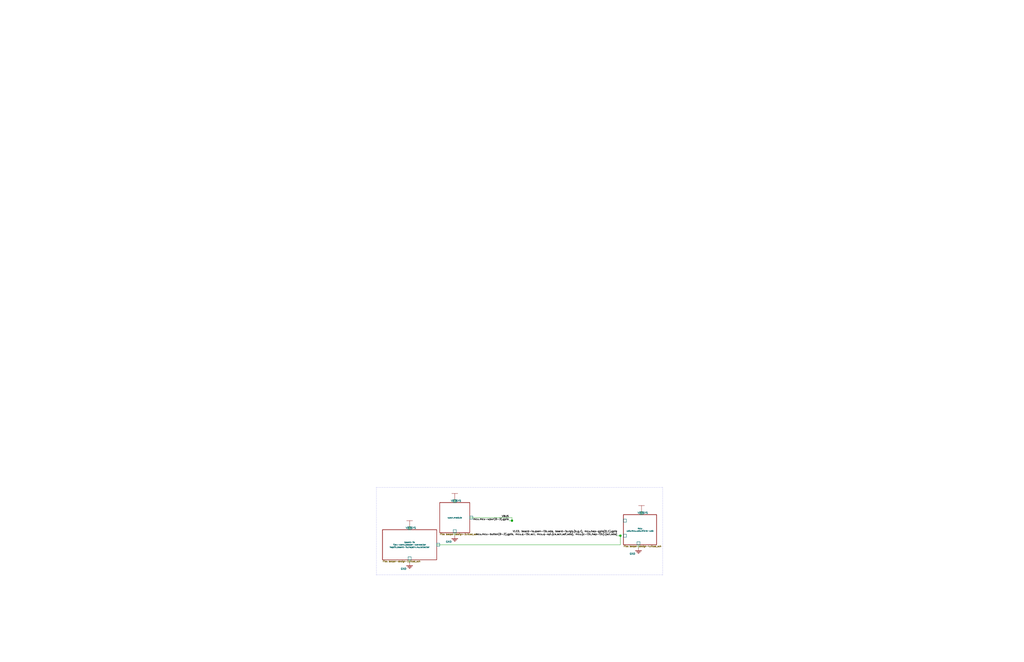
<source format=kicad_sch>
(kicad_sch (version 20230121) (generator jitx)
  (paper "B")
  (lib_symbols
    (symbol "VDD3P0" (power)
      (property "Reference" "#PWR" (at 35.0 60.0 0.0))
      (property "Value" "VDD3P0" (at 0.508 0.508 0.0))
      (symbol "VDD3P0_1_0"
        (pin power_in line (at 0.0 0.0 0) (length 0.0) (name "VDD3P0") (number "~"))
      )
    )
    (symbol "GND" (power)
      (property "Reference" "#PWR" (at 35.0 60.0 0.0))
      (property "Value" "GND" (at -2.54 -2.54 0.0))
      (symbol "GND_1_0"
        (pin power_in line (at 0.0 0.0 270) (length 0.0) (name "GND") (number "~"))
      )
    )
    (symbol "VDDSYS" (power)
      (property "Reference" "#PWR" (at 35.0 60.0 0.0))
      (property "Value" "VDDSYS" (at 0.508 0.508 0.0))
      (symbol "VDDSYS_1_0"
        (pin power_in line (at 0.0 0.0 0) (length 0.0) (name "VDDSYS") (number "~"))
      )
    )
    (symbol "capacitor_sym"
      (property "Reference" "U" (at 1.27 1.27 0.0))
      (property "Value" "capacitor_sym" (at 1.27 -1.27 0.0))
      (symbol "capacitor_sym_1_0"
        (pin unspecified line (at 0.0 2.54 270) (length 0.0) (name "1") (number "~"))
        (pin unspecified line (at 0.0 -2.54 90) (length 0.0) (name "2") (number "~"))
      )
    )
    (symbol "box_symbol_3L_3R_1T_2B"
      (property "Reference" "U" (at -6.35 10.252 0.0))
      (property "Value" "box_symbol_3L_3R_1T_2B" (at -6.35 9.19 0.0))
      (symbol "box_symbol_3L_3R_1T_2B_1_0"
        (pin unspecified line (at -8.89 2.54 0) (length 2.54) (name "L0") (number "~"))
        (pin unspecified line (at -8.89 0.0 0) (length 2.54) (name "L1") (number "~"))
        (pin unspecified line (at -8.89 -2.54 0) (length 2.54) (name "L2") (number "~"))
        (pin unspecified line (at 8.89 2.54 180) (length 2.54) (name "R0") (number "~"))
        (pin unspecified line (at 8.89 0.0 180) (length 2.54) (name "R1") (number "~"))
        (pin unspecified line (at 8.89 -2.54 180) (length 2.54) (name "R2") (number "~"))
        (pin unspecified line (at 0.0 11.43 270) (length 2.54) (name "T0") (number "~"))
        (pin unspecified line (at -1.27 -11.43 90) (length 2.54) (name "B0") (number "~"))
        (pin unspecified line (at 1.27 -11.43 90) (length 2.54) (name "B1") (number "~"))
      )
    )
    (symbol "capacitor_sym_1"
      (property "Reference" "U" (at 1.27 1.27 0.0))
      (property "Value" "capacitor_sym_1" (at 1.27 -1.27 0.0))
      (symbol "capacitor_sym_1_1_0"
        (pin unspecified line (at 0.0 2.54 270) (length 0.0) (name "1") (number "~"))
        (pin unspecified line (at 0.0 -2.54 90) (length 0.0) (name "2") (number "~"))
      )
    )
    (symbol "capacitor_sym_2"
      (property "Reference" "U" (at 1.27 1.27 0.0))
      (property "Value" "capacitor_sym_2" (at 1.27 -1.27 0.0))
      (symbol "capacitor_sym_2_1_0"
        (pin unspecified line (at 0.0 2.54 270) (length 0.0) (name "1") (number "~"))
        (pin unspecified line (at 0.0 -2.54 90) (length 0.0) (name "2") (number "~"))
      )
    )
    (symbol "capacitor_sym_3"
      (property "Reference" "U" (at 1.27 1.27 0.0))
      (property "Value" "capacitor_sym_3" (at 1.27 -1.27 0.0))
      (symbol "capacitor_sym_3_1_0"
        (pin unspecified line (at 0.0 2.54 270) (length 0.0) (name "1") (number "~"))
        (pin unspecified line (at 0.0 -2.54 90) (length 0.0) (name "2") (number "~"))
      )
    )
    (symbol "capacitor_sym_4"
      (property "Reference" "U" (at 1.27 1.27 0.0))
      (property "Value" "capacitor_sym_4" (at 1.27 -1.27 0.0))
      (symbol "capacitor_sym_4_1_0"
        (pin unspecified line (at 0.0 2.54 270) (length 0.0) (name "1") (number "~"))
        (pin unspecified line (at 0.0 -2.54 90) (length 0.0) (name "2") (number "~"))
      )
    )
    (symbol "box_symbol_0L_0R_14T_13B"
      (property "Reference" "U" (at -31.75 12.792 0.0))
      (property "Value" "box_symbol_0L_0R_14T_13B" (at -31.75 11.73 0.0))
      (symbol "box_symbol_0L_0R_14T_13B_1_0"
        (pin unspecified line (at -17.78 13.97 270) (length 2.54) (name "T0") (number "~"))
        (pin unspecified line (at -15.24 13.97 270) (length 2.54) (name "T1") (number "~"))
        (pin unspecified line (at -12.7 13.97 270) (length 2.54) (name "T2") (number "~"))
        (pin unspecified line (at -10.16 13.97 270) (length 2.54) (name "T3") (number "~"))
        (pin unspecified line (at -7.62 13.97 270) (length 2.54) (name "T4") (number "~"))
        (pin unspecified line (at -5.08 13.97 270) (length 2.54) (name "T5") (number "~"))
        (pin unspecified line (at -2.54 13.97 270) (length 2.54) (name "T6") (number "~"))
        (pin unspecified line (at 0.0 13.97 270) (length 2.54) (name "T7") (number "~"))
        (pin unspecified line (at 2.54 13.97 270) (length 2.54) (name "T8") (number "~"))
        (pin unspecified line (at 5.08 13.97 270) (length 2.54) (name "T9") (number "~"))
        (pin unspecified line (at 7.62 13.97 270) (length 2.54) (name "T10") (number "~"))
        (pin unspecified line (at 10.16 13.97 270) (length 2.54) (name "T11") (number "~"))
        (pin unspecified line (at 12.7 13.97 270) (length 2.54) (name "T12") (number "~"))
        (pin unspecified line (at 15.24 13.97 270) (length 2.54) (name "T13") (number "~"))
        (pin unspecified line (at -15.24 -13.97 90) (length 2.54) (name "B0") (number "~"))
        (pin unspecified line (at -12.7 -13.97 90) (length 2.54) (name "B1") (number "~"))
        (pin unspecified line (at -10.16 -13.97 90) (length 2.54) (name "B2") (number "~"))
        (pin unspecified line (at -7.62 -13.97 90) (length 2.54) (name "B3") (number "~"))
        (pin unspecified line (at -5.08 -13.97 90) (length 2.54) (name "B4") (number "~"))
        (pin unspecified line (at -2.54 -13.97 90) (length 2.54) (name "B5") (number "~"))
        (pin unspecified line (at 0.0 -13.97 90) (length 2.54) (name "B6") (number "~"))
        (pin unspecified line (at 2.54 -13.97 90) (length 2.54) (name "B7") (number "~"))
        (pin unspecified line (at 5.08 -13.97 90) (length 2.54) (name "B8") (number "~"))
        (pin unspecified line (at 7.62 -13.97 90) (length 2.54) (name "B9") (number "~"))
        (pin unspecified line (at 10.16 -13.97 90) (length 2.54) (name "B10") (number "~"))
        (pin unspecified line (at 12.7 -13.97 90) (length 2.54) (name "B11") (number "~"))
        (pin unspecified line (at 15.24 -13.97 90) (length 2.54) (name "B12") (number "~"))
      )
    )
    (symbol "capacitor_sym_5"
      (property "Reference" "U" (at 1.27 1.27 0.0))
      (property "Value" "capacitor_sym_5" (at 1.27 -1.27 0.0))
      (symbol "capacitor_sym_5_1_0"
        (pin unspecified line (at 0.0 2.54 270) (length 0.0) (name "1") (number "~"))
        (pin unspecified line (at 0.0 -2.54 90) (length 0.0) (name "2") (number "~"))
      )
    )
    (symbol "capacitor_sym_6"
      (property "Reference" "U" (at 1.27 1.27 0.0))
      (property "Value" "capacitor_sym_6" (at 1.27 -1.27 0.0))
      (symbol "capacitor_sym_6_1_0"
        (pin unspecified line (at 0.0 2.54 270) (length 0.0) (name "1") (number "~"))
        (pin unspecified line (at 0.0 -2.54 90) (length 0.0) (name "2") (number "~"))
      )
    )
    (symbol "capacitor_sym_7"
      (property "Reference" "U" (at 1.27 1.27 0.0))
      (property "Value" "capacitor_sym_7" (at 1.27 -1.27 0.0))
      (symbol "capacitor_sym_7_1_0"
        (pin unspecified line (at 0.0 2.54 270) (length 0.0) (name "1") (number "~"))
        (pin unspecified line (at 0.0 -2.54 90) (length 0.0) (name "2") (number "~"))
      )
    )
    (symbol "capacitor_sym_8"
      (property "Reference" "U" (at 1.27 1.27 0.0))
      (property "Value" "capacitor_sym_8" (at 1.27 -1.27 0.0))
      (symbol "capacitor_sym_8_1_0"
        (pin unspecified line (at 0.0 2.54 270) (length 0.0) (name "1") (number "~"))
        (pin unspecified line (at 0.0 -2.54 90) (length 0.0) (name "2") (number "~"))
      )
    )
    (symbol "capacitor_sym_9"
      (property "Reference" "U" (at 1.27 1.27 0.0))
      (property "Value" "capacitor_sym_9" (at 1.27 -1.27 0.0))
      (symbol "capacitor_sym_9_1_0"
        (pin unspecified line (at 0.0 2.54 270) (length 0.0) (name "1") (number "~"))
        (pin unspecified line (at 0.0 -2.54 90) (length 0.0) (name "2") (number "~"))
      )
    )
    (symbol "capacitor_sym_10"
      (property "Reference" "U" (at 1.27 1.27 0.0))
      (property "Value" "capacitor_sym_10" (at 1.27 -1.27 0.0))
      (symbol "capacitor_sym_10_1_0"
        (pin unspecified line (at 0.0 2.54 270) (length 0.0) (name "1") (number "~"))
        (pin unspecified line (at 0.0 -2.54 90) (length 0.0) (name "2") (number "~"))
      )
    )
    (symbol "resistor_sym"
      (property "Reference" "U" (at 1.27 1.27 0.0))
      (property "Value" "resistor_sym" (at 1.27 -1.27 0.0))
      (symbol "resistor_sym_1_0"
        (pin unspecified line (at 0.0 2.54 270) (length 0.0) (name "2") (number "~"))
        (pin unspecified line (at 0.0 -2.54 90) (length 0.0) (name "1") (number "~"))
      )
    )
    (symbol "resistor_sym_1"
      (property "Reference" "U" (at 1.27 1.27 0.0))
      (property "Value" "resistor_sym_1" (at 1.27 -1.27 0.0))
      (symbol "resistor_sym_1_1_0"
        (pin unspecified line (at 0.0 2.54 270) (length 0.0) (name "1") (number "~"))
        (pin unspecified line (at 0.0 -2.54 90) (length 0.0) (name "2") (number "~"))
      )
    )
    (symbol "capacitor_sym_11"
      (property "Reference" "U" (at 1.27 1.27 0.0))
      (property "Value" "capacitor_sym_11" (at 1.27 -1.27 0.0))
      (symbol "capacitor_sym_11_1_0"
        (pin unspecified line (at 0.0 2.54 270) (length 0.0) (name "1") (number "~"))
        (pin unspecified line (at 0.0 -2.54 90) (length 0.0) (name "2") (number "~"))
      )
    )
    (symbol "resistor_sym_2"
      (property "Reference" "U" (at 1.27 1.27 0.0))
      (property "Value" "resistor_sym_2" (at 1.27 -1.27 0.0))
      (symbol "resistor_sym_2_1_0"
        (pin unspecified line (at 0.0 2.54 270) (length 0.0) (name "1") (number "~"))
        (pin unspecified line (at 0.0 -2.54 90) (length 0.0) (name "2") (number "~"))
      )
    )
    (symbol "capacitor_sym_12"
      (property "Reference" "U" (at 1.27 1.27 0.0))
      (property "Value" "capacitor_sym_12" (at 1.27 -1.27 0.0))
      (symbol "capacitor_sym_12_1_0"
        (pin unspecified line (at 0.0 2.54 270) (length 0.0) (name "1") (number "~"))
        (pin unspecified line (at 0.0 -2.54 90) (length 0.0) (name "2") (number "~"))
      )
    )
    (symbol "capacitor_sym_13"
      (property "Reference" "U" (at 1.27 1.27 0.0))
      (property "Value" "capacitor_sym_13" (at 1.27 -1.27 0.0))
      (symbol "capacitor_sym_13_1_0"
        (pin unspecified line (at 0.0 2.54 270) (length 0.0) (name "1") (number "~"))
        (pin unspecified line (at 0.0 -2.54 90) (length 0.0) (name "2") (number "~"))
      )
    )
    (symbol "inductor_sym"
      (property "Reference" "U" (at 1.27 1.27 0.0))
      (property "Value" "inductor_sym" (at 1.27 -1.27 0.0))
      (symbol "inductor_sym_1_0"
        (pin unspecified line (at 0.0 2.54 270) (length 0.0) (name "2") (number "~"))
        (pin unspecified line (at 0.0 -2.54 90) (length 0.0) (name "1") (number "~"))
      )
    )
    (symbol "capacitor_sym_14"
      (property "Reference" "U" (at 1.27 1.27 0.0))
      (property "Value" "capacitor_sym_14" (at 1.27 -1.27 0.0))
      (symbol "capacitor_sym_14_1_0"
        (pin unspecified line (at 0.0 2.54 270) (length 0.0) (name "1") (number "~"))
        (pin unspecified line (at 0.0 -2.54 90) (length 0.0) (name "2") (number "~"))
      )
    )
    (symbol "capacitor_sym_15"
      (property "Reference" "U" (at 1.27 1.27 0.0))
      (property "Value" "capacitor_sym_15" (at 1.27 -1.27 0.0))
      (symbol "capacitor_sym_15_1_0"
        (pin unspecified line (at 0.0 2.54 270) (length 0.0) (name "2") (number "~"))
        (pin unspecified line (at 0.0 -2.54 90) (length 0.0) (name "1") (number "~"))
      )
    )
    (symbol "capacitor_sym_16"
      (property "Reference" "U" (at 1.27 1.27 0.0))
      (property "Value" "capacitor_sym_16" (at 1.27 -1.27 0.0))
      (symbol "capacitor_sym_16_1_0"
        (pin unspecified line (at 0.0 2.54 270) (length 0.0) (name "1") (number "~"))
        (pin unspecified line (at 0.0 -2.54 90) (length 0.0) (name "2") (number "~"))
      )
    )
    (symbol "resistor_sym_3"
      (property "Reference" "U" (at 1.27 1.27 0.0))
      (property "Value" "resistor_sym_3" (at 1.27 -1.27 0.0))
      (symbol "resistor_sym_3_1_0"
        (pin unspecified line (at 0.0 2.54 270) (length 0.0) (name "2") (number "~"))
        (pin unspecified line (at 0.0 -2.54 90) (length 0.0) (name "1") (number "~"))
      )
    )
    (symbol "capacitor_sym_17"
      (property "Reference" "U" (at 1.27 1.27 0.0))
      (property "Value" "capacitor_sym_17" (at 1.27 -1.27 0.0))
      (symbol "capacitor_sym_17_1_0"
        (pin unspecified line (at 0.0 2.54 270) (length 0.0) (name "1") (number "~"))
        (pin unspecified line (at 0.0 -2.54 90) (length 0.0) (name "2") (number "~"))
      )
    )
    (symbol "capacitor_sym_18"
      (property "Reference" "U" (at 1.27 1.27 0.0))
      (property "Value" "capacitor_sym_18" (at 1.27 -1.27 0.0))
      (symbol "capacitor_sym_18_1_0"
        (pin unspecified line (at 0.0 2.54 270) (length 0.0) (name "1") (number "~"))
        (pin unspecified line (at 0.0 -2.54 90) (length 0.0) (name "2") (number "~"))
      )
    )
    (symbol "capacitor_sym_19"
      (property "Reference" "U" (at 1.27 1.27 0.0))
      (property "Value" "capacitor_sym_19" (at 1.27 -1.27 0.0))
      (symbol "capacitor_sym_19_1_0"
        (pin unspecified line (at 0.0 2.54 270) (length 0.0) (name "1") (number "~"))
        (pin unspecified line (at 0.0 -2.54 90) (length 0.0) (name "2") (number "~"))
      )
    )
    (symbol "resistor_sym_4"
      (property "Reference" "U" (at 1.27 1.27 0.0))
      (property "Value" "resistor_sym_4" (at 1.27 -1.27 0.0))
      (symbol "resistor_sym_4_1_0"
        (pin unspecified line (at 0.0 2.54 270) (length 0.0) (name "2") (number "~"))
        (pin unspecified line (at 0.0 -2.54 90) (length 0.0) (name "1") (number "~"))
      )
    )
    (symbol "Johanson2450AT18D0100_STD_R"
      (property "Reference" "U" (at -3.8735 5.4435 0.0))
      (symbol "Johanson2450AT18D0100_STD_R_1_0"
        (pin unspecified line (at 8.89 -3.81 180) (length 2.54) (name "GND") (number "~"))
        (pin unspecified line (at 0.0 -3.81 90) (length 3.81) (name "ANT") (number "~"))
      )
    )
    (symbol "capacitor_sym_20"
      (property "Reference" "U" (at 1.27 1.27 0.0))
      (property "Value" "capacitor_sym_20" (at 1.27 -1.27 0.0))
      (symbol "capacitor_sym_20_1_0"
        (pin unspecified line (at 0.0 2.54 270) (length 0.0) (name "1") (number "~"))
        (pin unspecified line (at 0.0 -2.54 90) (length 0.0) (name "2") (number "~"))
      )
    )
    (symbol "box_symbol_0L_6R_0T_0B"
      (property "Reference" "U" (at -6.35 10.252 0.0))
      (property "Value" "box_symbol_0L_6R_0T_0B" (at -6.35 9.19 0.0))
      (symbol "box_symbol_0L_6R_0T_0B_1_0"
        (pin unspecified line (at 8.89 6.35 180) (length 2.54) (name "R0") (number "~"))
        (pin unspecified line (at 8.89 3.81 180) (length 2.54) (name "R1") (number "~"))
        (pin unspecified line (at 8.89 1.27 180) (length 2.54) (name "R2") (number "~"))
        (pin unspecified line (at 8.89 -1.27 180) (length 2.54) (name "R3") (number "~"))
        (pin unspecified line (at 8.89 -3.81 180) (length 2.54) (name "R4") (number "~"))
        (pin unspecified line (at 8.89 -6.35 180) (length 2.54) (name "R5") (number "~"))
      )
    )
    (symbol "XRCGB32M000F1H00R0"
      (property "Reference" "U" (at 0.0 4.54000508001016 0.0))
      (property "Value" "XRCGB32M000F1H00R0" (at 0.0 3.54000508001016 0.0))
      (symbol "XRCGB32M000F1H00R0_1_0"
        (pin unspecified line (at -7.62 -2.54 0) (length 2.54000508001016) (name "1") (number "~"))
        (pin unspecified line (at 7.62 2.54 180) (length 2.54000508001016) (name "3") (number "~"))
        (pin unspecified line (at -7.62 2.54 0) (length 2.54000508001016) (name "GND0") (number "~"))
        (pin unspecified line (at 7.62 -2.54 180) (length 2.54000508001016) (name "GND1") (number "~"))
      )
    )
    (symbol "box_symbol_2L_9R_2T_1B"
      (property "Reference" "U" (at -11.43 19.142 0.0))
      (property "Value" "box_symbol_2L_9R_2T_1B" (at -11.43 18.08 0.0))
      (symbol "box_symbol_2L_9R_2T_1B_1_0"
        (pin unspecified line (at -13.97 1.27 0) (length 2.54) (name "L0") (number "~"))
        (pin unspecified line (at -13.97 -1.27 0) (length 2.54) (name "L1") (number "~"))
        (pin unspecified line (at 13.97 10.16 180) (length 2.54) (name "R0") (number "~"))
        (pin unspecified line (at 13.97 7.62 180) (length 2.54) (name "R1") (number "~"))
        (pin unspecified line (at 13.97 5.08 180) (length 2.54) (name "R2") (number "~"))
        (pin unspecified line (at 13.97 2.54 180) (length 2.54) (name "R3") (number "~"))
        (pin unspecified line (at 13.97 0.0 180) (length 2.54) (name "R4") (number "~"))
        (pin unspecified line (at 13.97 -2.54 180) (length 2.54) (name "R5") (number "~"))
        (pin unspecified line (at 13.97 -5.08 180) (length 2.54) (name "R6") (number "~"))
        (pin unspecified line (at 13.97 -7.62 180) (length 2.54) (name "R7") (number "~"))
        (pin unspecified line (at 13.97 -10.16 180) (length 2.54) (name "R8") (number "~"))
        (pin unspecified line (at -1.27 20.32 270) (length 2.54) (name "T0") (number "~"))
        (pin unspecified line (at 1.27 20.32 270) (length 2.54) (name "T1") (number "~"))
        (pin unspecified line (at 0.0 -20.32 90) (length 2.54) (name "B0") (number "~"))
      )
    )
    (symbol "resistor_sym_5"
      (property "Reference" "U" (at 1.27 1.27 0.0))
      (property "Value" "resistor_sym_5" (at 1.27 -1.27 0.0))
      (symbol "resistor_sym_5_1_0"
        (pin unspecified line (at 0.0 2.54 270) (length 0.0) (name "2") (number "~"))
        (pin unspecified line (at 0.0 -2.54 90) (length 0.0) (name "1") (number "~"))
      )
    )
    (symbol "resistor_sym_6"
      (property "Reference" "U" (at 1.27 1.27 0.0))
      (property "Value" "resistor_sym_6" (at 1.27 -1.27 0.0))
      (symbol "resistor_sym_6_1_0"
        (pin unspecified line (at 0.0 2.54 270) (length 0.0) (name "2") (number "~"))
        (pin unspecified line (at 0.0 -2.54 90) (length 0.0) (name "1") (number "~"))
      )
    )
    (symbol "box_symbol_3L_3R_1T_3B"
      (property "Reference" "U" (at -7.62 14.062 0.0))
      (property "Value" "box_symbol_3L_3R_1T_3B" (at -7.62 13.0 0.0))
      (symbol "box_symbol_3L_3R_1T_3B_1_0"
        (pin unspecified line (at -10.16 2.54 0) (length 2.54) (name "L0") (number "~"))
        (pin unspecified line (at -10.16 0.0 0) (length 2.54) (name "L1") (number "~"))
        (pin unspecified line (at -10.16 -2.54 0) (length 2.54) (name "L2") (number "~"))
        (pin unspecified line (at 10.16 2.54 180) (length 2.54) (name "R0") (number "~"))
        (pin unspecified line (at 10.16 0.0 180) (length 2.54) (name "R1") (number "~"))
        (pin unspecified line (at 10.16 -2.54 180) (length 2.54) (name "R2") (number "~"))
        (pin unspecified line (at 0.0 15.24 270) (length 2.54) (name "T0") (number "~"))
        (pin unspecified line (at -2.54 -15.24 90) (length 2.54) (name "B0") (number "~"))
        (pin unspecified line (at 0.0 -15.24 90) (length 2.54) (name "B1") (number "~"))
        (pin unspecified line (at 2.54 -15.24 90) (length 2.54) (name "B2") (number "~"))
      )
    )
    (symbol "capacitor_sym_21"
      (property "Reference" "U" (at 1.27 1.27 0.0))
      (property "Value" "capacitor_sym_21" (at 1.27 -1.27 0.0))
      (symbol "capacitor_sym_21_1_0"
        (pin unspecified line (at 0.0 2.54 270) (length 0.0) (name "1") (number "~"))
        (pin unspecified line (at 0.0 -2.54 90) (length 0.0) (name "2") (number "~"))
      )
    )
    (symbol "TPD4S012DRYR"
      (property "Reference" "U" (at 0.0 6.19100838201676 0.0))
      (property "Value" "TPD4S012DRYR" (at 0.0 5.19100838201676 0.0))
      (symbol "TPD4S012DRYR_1_0"
        (pin unspecified line (at -8.89 2.54 0) (length 2.54000508001016) (name "D+") (number "~"))
        (pin unspecified line (at -8.89 0.0 0) (length 2.54000508001016) (name "D-") (number "~"))
        (pin unspecified line (at -8.89 -2.54 0) (length 2.54000508001016) (name "ID") (number "~"))
        (pin unspecified line (at 8.89 -2.54 180) (length 2.54000508001016) (name "GND") (number "~"))
        (pin unspecified line (at 8.89 0.0 180) (length 2.54000508001016) (name "NC") (number "~"))
        (pin unspecified line (at 8.89 2.54 180) (length 2.54000508001016) (name "VBUS") (number "~"))
      )
    )
    (symbol "box_symbol_8L_0R_0T_0B"
      (property "Reference" "U" (at -7.62 12.792 0.0))
      (property "Value" "box_symbol_8L_0R_0T_0B" (at -7.62 11.73 0.0))
      (symbol "box_symbol_8L_0R_0T_0B_1_0"
        (pin unspecified line (at -10.16 8.89 0) (length 2.54) (name "L0") (number "~"))
        (pin unspecified line (at -10.16 6.35 0) (length 2.54) (name "L1") (number "~"))
        (pin unspecified line (at -10.16 3.81 0) (length 2.54) (name "L2") (number "~"))
        (pin unspecified line (at -10.16 1.27 0) (length 2.54) (name "L3") (number "~"))
        (pin unspecified line (at -10.16 -1.27 0) (length 2.54) (name "L4") (number "~"))
        (pin unspecified line (at -10.16 -3.81 0) (length 2.54) (name "L5") (number "~"))
        (pin unspecified line (at -10.16 -6.35 0) (length 2.54) (name "L6") (number "~"))
        (pin unspecified line (at -10.16 -8.89 0) (length 2.54) (name "L7") (number "~"))
      )
    )
    (symbol "resistor_sym_7"
      (property "Reference" "U" (at 1.27 1.27 0.0))
      (property "Value" "resistor_sym_7" (at 1.27 -1.27 0.0))
      (symbol "resistor_sym_7_1_0"
        (pin unspecified line (at 0.0 2.54 270) (length 0.0) (name "1") (number "~"))
        (pin unspecified line (at 0.0 -2.54 90) (length 0.0) (name "2") (number "~"))
      )
    )
    (symbol "capacitor_sym_22"
      (property "Reference" "U" (at 1.27 1.27 0.0))
      (property "Value" "capacitor_sym_22" (at 1.27 -1.27 0.0))
      (symbol "capacitor_sym_22_1_0"
        (pin unspecified line (at 0.0 2.54 270) (length 0.0) (name "1") (number "~"))
        (pin unspecified line (at 0.0 -2.54 90) (length 0.0) (name "2") (number "~"))
      )
    )
    (symbol "sym_EVP_BB4A9B000"
      (property "Reference" "U" (at 0.0 4.27 0.0))
      (property "Value" "sym_EVP_BB4A9B000" (at 0.0 3.27 0.0))
      (symbol "sym_EVP_BB4A9B000_1_0"
        (pin unspecified line (at -7.62 -3.81 0) (length 2.54) (name "A1") (number "~"))
        (pin unspecified line (at -7.62 1.27 0) (length 2.54) (name "A") (number "~"))
        (pin unspecified line (at 7.62 -3.81 180) (length 2.54) (name "B1") (number "~"))
        (pin unspecified line (at 7.62 1.27 180) (length 2.54) (name "B") (number "~"))
      )
    )
    (symbol "capacitor_sym_23"
      (property "Reference" "U" (at 1.27 1.27 0.0))
      (property "Value" "capacitor_sym_23" (at 1.27 -1.27 0.0))
      (symbol "capacitor_sym_23_1_0"
        (pin unspecified line (at 0.0 2.54 270) (length 0.0) (name "1") (number "~"))
        (pin unspecified line (at 0.0 -2.54 90) (length 0.0) (name "2") (number "~"))
      )
    )
    (symbol "capacitor_sym_24"
      (property "Reference" "U" (at 1.27 1.27 0.0))
      (property "Value" "capacitor_sym_24" (at 1.27 -1.27 0.0))
      (symbol "capacitor_sym_24_1_0"
        (pin unspecified line (at 0.0 2.54 270) (length 0.0) (name "1") (number "~"))
        (pin unspecified line (at 0.0 -2.54 90) (length 0.0) (name "2") (number "~"))
      )
    )
    (symbol "capacitor_sym_25"
      (property "Reference" "U" (at 1.27 1.27 0.0))
      (property "Value" "capacitor_sym_25" (at 1.27 -1.27 0.0))
      (symbol "capacitor_sym_25_1_0"
        (pin unspecified line (at 0.0 2.54 270) (length 0.0) (name "1") (number "~"))
        (pin unspecified line (at 0.0 -2.54 90) (length 0.0) (name "2") (number "~"))
      )
    )
    (symbol "sym"
      (property "Reference" "U" (at 0.0 0.46 0.0))
      (property "Value" "sym" (at 0.0 -0.54 0.0))
      (symbol "sym_1_0"
        (pin unspecified line (at 7.62 0.0 270) (length 2.54) (name "A") (number "~"))
        (pin unspecified line (at 2.54 -5.08 90) (length 2.54) (name "R") (number "~"))
        (pin unspecified line (at -2.54 -5.08 90) (length 2.54) (name "G") (number "~"))
        (pin unspecified line (at -7.62 -5.08 90) (length 2.54) (name "B") (number "~"))
      )
    )
    (symbol "capacitor_sym_26"
      (property "Reference" "U" (at 1.27 1.27 0.0))
      (property "Value" "capacitor_sym_26" (at 1.27 -1.27 0.0))
      (symbol "capacitor_sym_26_1_0"
        (pin unspecified line (at 0.0 2.54 270) (length 0.0) (name "1") (number "~"))
        (pin unspecified line (at 0.0 -2.54 90) (length 0.0) (name "2") (number "~"))
      )
    )
    (symbol "box_symbol_1L_0R_0T_0B"
      (property "Reference" "U" (at -6.35 3.902 0.0))
      (property "Value" "box_symbol_1L_0R_0T_0B" (at -6.35 2.84 0.0))
      (symbol "box_symbol_1L_0R_0T_0B_1_0"
        (pin unspecified line (at -8.89 0.0 0) (length 2.54) (name "L0") (number "~"))
      )
    )
    (symbol "resistor_sym_8"
      (property "Reference" "U" (at 1.27 1.27 0.0))
      (property "Value" "resistor_sym_8" (at 1.27 -1.27 0.0))
      (symbol "resistor_sym_8_1_0"
        (pin unspecified line (at 0.0 2.54 270) (length 0.0) (name "2") (number "~"))
        (pin unspecified line (at 0.0 -2.54 90) (length 0.0) (name "1") (number "~"))
      )
    )
    (symbol "capacitor_sym_27"
      (property "Reference" "U" (at 1.27 1.27 0.0))
      (property "Value" "capacitor_sym_27" (at 1.27 -1.27 0.0))
      (symbol "capacitor_sym_27_1_0"
        (pin unspecified line (at 0.0 2.54 270) (length 0.0) (name "1") (number "~"))
        (pin unspecified line (at 0.0 -2.54 90) (length 0.0) (name "2") (number "~"))
      )
    )
    (symbol "capacitor_sym_28"
      (property "Reference" "U" (at 1.27 1.27 0.0))
      (property "Value" "capacitor_sym_28" (at 1.27 -1.27 0.0))
      (symbol "capacitor_sym_28_1_0"
        (pin unspecified line (at 0.0 2.54 270) (length 0.0) (name "1") (number "~"))
        (pin unspecified line (at 0.0 -2.54 90) (length 0.0) (name "2") (number "~"))
      )
    )
    (symbol "box_symbol_16L_16R_0T_0B"
      (property "Reference" "U" (at -6.35 22.952 0.0))
      (property "Value" "box_symbol_16L_16R_0T_0B" (at -6.35 21.89 0.0))
      (symbol "box_symbol_16L_16R_0T_0B_1_0"
        (pin unspecified line (at -8.89 19.05 0) (length 2.54) (name "L0") (number "~"))
        (pin unspecified line (at -8.89 16.51 0) (length 2.54) (name "L1") (number "~"))
        (pin unspecified line (at -8.89 13.97 0) (length 2.54) (name "L2") (number "~"))
        (pin unspecified line (at -8.89 11.43 0) (length 2.54) (name "L3") (number "~"))
        (pin unspecified line (at -8.89 8.89 0) (length 2.54) (name "L4") (number "~"))
        (pin unspecified line (at -8.89 6.35 0) (length 2.54) (name "L5") (number "~"))
        (pin unspecified line (at -8.89 3.81 0) (length 2.54) (name "L6") (number "~"))
        (pin unspecified line (at -8.89 1.27 0) (length 2.54) (name "L7") (number "~"))
        (pin unspecified line (at -8.89 -1.27 0) (length 2.54) (name "L8") (number "~"))
        (pin unspecified line (at -8.89 -3.81 0) (length 2.54) (name "L9") (number "~"))
        (pin unspecified line (at -8.89 -6.35 0) (length 2.54) (name "L10") (number "~"))
        (pin unspecified line (at -8.89 -8.89 0) (length 2.54) (name "L11") (number "~"))
        (pin unspecified line (at -8.89 -11.43 0) (length 2.54) (name "L12") (number "~"))
        (pin unspecified line (at -8.89 -13.97 0) (length 2.54) (name "L13") (number "~"))
        (pin unspecified line (at -8.89 -16.51 0) (length 2.54) (name "L14") (number "~"))
        (pin unspecified line (at -8.89 -19.05 0) (length 2.54) (name "L15") (number "~"))
        (pin unspecified line (at 8.89 19.05 180) (length 2.54) (name "R0") (number "~"))
        (pin unspecified line (at 8.89 16.51 180) (length 2.54) (name "R1") (number "~"))
        (pin unspecified line (at 8.89 13.97 180) (length 2.54) (name "R2") (number "~"))
        (pin unspecified line (at 8.89 11.43 180) (length 2.54) (name "R3") (number "~"))
        (pin unspecified line (at 8.89 8.89 180) (length 2.54) (name "R4") (number "~"))
        (pin unspecified line (at 8.89 6.35 180) (length 2.54) (name "R5") (number "~"))
        (pin unspecified line (at 8.89 3.81 180) (length 2.54) (name "R6") (number "~"))
        (pin unspecified line (at 8.89 1.27 180) (length 2.54) (name "R7") (number "~"))
        (pin unspecified line (at 8.89 -1.27 180) (length 2.54) (name "R8") (number "~"))
        (pin unspecified line (at 8.89 -3.81 180) (length 2.54) (name "R9") (number "~"))
        (pin unspecified line (at 8.89 -6.35 180) (length 2.54) (name "R10") (number "~"))
        (pin unspecified line (at 8.89 -8.89 180) (length 2.54) (name "R11") (number "~"))
        (pin unspecified line (at 8.89 -11.43 180) (length 2.54) (name "R12") (number "~"))
        (pin unspecified line (at 8.89 -13.97 180) (length 2.54) (name "R13") (number "~"))
        (pin unspecified line (at 8.89 -16.51 180) (length 2.54) (name "R14") (number "~"))
        (pin unspecified line (at 8.89 -19.05 180) (length 2.54) (name "R15") (number "~"))
      )
    )
    (symbol "capacitor_sym_29"
      (property "Reference" "U" (at 1.27 1.27 0.0))
      (property "Value" "capacitor_sym_29" (at 1.27 -1.27 0.0))
      (symbol "capacitor_sym_29_1_0"
        (pin unspecified line (at 0.0 2.54 270) (length 0.0) (name "1") (number "~"))
        (pin unspecified line (at 0.0 -2.54 90) (length 0.0) (name "2") (number "~"))
      )
    )
    (symbol "resistor_sym_9"
      (property "Reference" "U" (at 1.27 1.27 0.0))
      (property "Value" "resistor_sym_9" (at 1.27 -1.27 0.0))
      (symbol "resistor_sym_9_1_0"
        (pin unspecified line (at 0.0 2.54 270) (length 0.0) (name "2") (number "~"))
        (pin unspecified line (at 0.0 -2.54 90) (length 0.0) (name "1") (number "~"))
      )
    )
    (symbol "ALTIUM_POWER_BAR"
      (property "Value" "ALTIUM_POWER_BAR" (at 0.508 0.508 0.0))
      (symbol "ALTIUM_POWER_BAR_1_0"
        (pin unspecified line (at 0.0 0.0 0) (length 0.0) (name "0") (number "~"))
      )
    )
    (symbol "capacitor_sym_30"
      (property "Reference" "U" (at 1.27 1.27 0.0))
      (property "Value" "capacitor_sym_30" (at 1.27 -1.27 0.0))
      (symbol "capacitor_sym_30_1_0"
        (pin unspecified line (at 0.0 2.54 270) (length 0.0) (name "1") (number "~"))
        (pin unspecified line (at 0.0 -2.54 90) (length 0.0) (name "2") (number "~"))
      )
    )
    (symbol "ALTIUM_POWER_GND_POWER"
      (property "Value" "ALTIUM_POWER_GND_POWER" (at 2.54 -1.016 0.0))
      (symbol "ALTIUM_POWER_GND_POWER_1_0"
        (pin unspecified line (at 0.0 0.0 0) (length 0.0) (name "0") (number "~"))
      )
    )
    (symbol "resistor_sym_10"
      (property "Reference" "U" (at 1.27 1.27 0.0))
      (property "Value" "resistor_sym_10" (at 1.27 -1.27 0.0))
      (symbol "resistor_sym_10_1_0"
        (pin unspecified line (at 0.0 2.54 270) (length 0.0) (name "1") (number "~"))
        (pin unspecified line (at 0.0 -2.54 90) (length 0.0) (name "2") (number "~"))
      )
    )
    (symbol "box_symbol_8L_12R_11T_3B"
      (property "Reference" "U" (at -24.13 26.762 0.0))
      (property "Value" "box_symbol_8L_12R_11T_3B" (at -24.13 25.7 0.0))
      (symbol "box_symbol_8L_12R_11T_3B_1_0"
        (pin unspecified line (at -26.67 8.89 0) (length 2.54) (name "L0") (number "~"))
        (pin unspecified line (at -26.67 6.35 0) (length 2.54) (name "L1") (number "~"))
        (pin unspecified line (at -26.67 3.81 0) (length 2.54) (name "L2") (number "~"))
        (pin unspecified line (at -26.67 1.27 0) (length 2.54) (name "L3") (number "~"))
        (pin unspecified line (at -26.67 -1.27 0) (length 2.54) (name "L4") (number "~"))
        (pin unspecified line (at -26.67 -3.81 0) (length 2.54) (name "L5") (number "~"))
        (pin unspecified line (at -26.67 -6.35 0) (length 2.54) (name "L6") (number "~"))
        (pin unspecified line (at -26.67 -8.89 0) (length 2.54) (name "L7") (number "~"))
        (pin unspecified line (at 26.67 13.97 180) (length 2.54) (name "R0") (number "~"))
        (pin unspecified line (at 26.67 11.43 180) (length 2.54) (name "R1") (number "~"))
        (pin unspecified line (at 26.67 8.89 180) (length 2.54) (name "R2") (number "~"))
        (pin unspecified line (at 26.67 6.35 180) (length 2.54) (name "R3") (number "~"))
        (pin unspecified line (at 26.67 3.81 180) (length 2.54) (name "R4") (number "~"))
        (pin unspecified line (at 26.67 1.27 180) (length 2.54) (name "R5") (number "~"))
        (pin unspecified line (at 26.67 -1.27 180) (length 2.54) (name "R6") (number "~"))
        (pin unspecified line (at 26.67 -3.81 180) (length 2.54) (name "R7") (number "~"))
        (pin unspecified line (at 26.67 -6.35 180) (length 2.54) (name "R8") (number "~"))
        (pin unspecified line (at 26.67 -8.89 180) (length 2.54) (name "R9") (number "~"))
        (pin unspecified line (at 26.67 -11.43 180) (length 2.54) (name "R10") (number "~"))
        (pin unspecified line (at 26.67 -13.97 180) (length 2.54) (name "R11") (number "~"))
        (pin unspecified line (at -12.7 27.94 270) (length 2.54) (name "T0") (number "~"))
        (pin unspecified line (at -10.16 27.94 270) (length 2.54) (name "T1") (number "~"))
        (pin unspecified line (at -7.62 27.94 270) (length 2.54) (name "T2") (number "~"))
        (pin unspecified line (at -5.08 27.94 270) (length 2.54) (name "T3") (number "~"))
        (pin unspecified line (at -2.54 27.94 270) (length 2.54) (name "T4") (number "~"))
        (pin unspecified line (at 0.0 27.94 270) (length 2.54) (name "T5") (number "~"))
        (pin unspecified line (at 2.54 27.94 270) (length 2.54) (name "T6") (number "~"))
        (pin unspecified line (at 5.08 27.94 270) (length 2.54) (name "T7") (number "~"))
        (pin unspecified line (at 7.62 27.94 270) (length 2.54) (name "T8") (number "~"))
        (pin unspecified line (at 10.16 27.94 270) (length 2.54) (name "T9") (number "~"))
        (pin unspecified line (at 12.7 27.94 270) (length 2.54) (name "T10") (number "~"))
        (pin unspecified line (at -2.54 -27.94 90) (length 2.54) (name "B0") (number "~"))
        (pin unspecified line (at 0.0 -27.94 90) (length 2.54) (name "B1") (number "~"))
        (pin unspecified line (at 2.54 -27.94 90) (length 2.54) (name "B2") (number "~"))
      )
    )
    (symbol "resistor_sym_11"
      (property "Reference" "U" (at 1.27 1.27 0.0))
      (property "Value" "resistor_sym_11" (at 1.27 -1.27 0.0))
      (symbol "resistor_sym_11_1_0"
        (pin unspecified line (at 0.0 2.54 270) (length 0.0) (name "1") (number "~"))
        (pin unspecified line (at 0.0 -2.54 90) (length 0.0) (name "2") (number "~"))
      )
    )
    (symbol "box_symbol_4L_2R_2T_1B"
      (property "Reference" "U" (at -11.43 11.522 0.0))
      (property "Value" "box_symbol_4L_2R_2T_1B" (at -11.43 10.46 0.0))
      (symbol "box_symbol_4L_2R_2T_1B_1_0"
        (pin unspecified line (at -13.97 3.81 0) (length 2.54) (name "L0") (number "~"))
        (pin unspecified line (at -13.97 1.27 0) (length 2.54) (name "L1") (number "~"))
        (pin unspecified line (at -13.97 -1.27 0) (length 2.54) (name "L2") (number "~"))
        (pin unspecified line (at -13.97 -3.81 0) (length 2.54) (name "L3") (number "~"))
        (pin unspecified line (at 13.97 1.27 180) (length 2.54) (name "R0") (number "~"))
        (pin unspecified line (at 13.97 -1.27 180) (length 2.54) (name "R1") (number "~"))
        (pin unspecified line (at -1.27 12.7 270) (length 2.54) (name "T0") (number "~"))
        (pin unspecified line (at 1.27 12.7 270) (length 2.54) (name "T1") (number "~"))
        (pin unspecified line (at 0.0 -12.7 90) (length 2.54) (name "B0") (number "~"))
      )
    )
    (symbol "inductor_sym_1"
      (property "Reference" "U" (at 1.27 1.27 0.0))
      (property "Value" "inductor_sym_1" (at 1.27 -1.27 0.0))
      (symbol "inductor_sym_1_1_0"
        (pin unspecified line (at 0.0 2.54 270) (length 0.0) (name "2") (number "~"))
        (pin unspecified line (at 0.0 -2.54 90) (length 0.0) (name "1") (number "~"))
      )
    )
    (symbol "ground_sym"
      (property "Value" "ground_sym" (at -2.54 -2.54 0.0))
      (symbol "ground_sym_1_0"
        (pin unspecified line (at 0.0 0.0 270) (length 0.0) (name "0") (number "~"))
      )
    )
    (symbol "capacitor_sym_31"
      (property "Reference" "U" (at 1.27 1.27 0.0))
      (property "Value" "capacitor_sym_31" (at 1.27 -1.27 0.0))
      (symbol "capacitor_sym_31_1_0"
        (pin unspecified line (at 0.0 2.54 270) (length 0.0) (name "1") (number "~"))
        (pin unspecified line (at 0.0 -2.54 90) (length 0.0) (name "2") (number "~"))
      )
    )
    (symbol "box_symbol_0L_4R_0T_2B"
      (property "Reference" "U" (at -3.81 14.062 0.0))
      (property "Value" "box_symbol_0L_4R_0T_2B" (at -3.81 13.0 0.0))
      (symbol "box_symbol_0L_4R_0T_2B_1_0"
        (pin unspecified line (at 6.35 3.81 180) (length 2.54) (name "R0") (number "~"))
        (pin unspecified line (at 6.35 1.27 180) (length 2.54) (name "R1") (number "~"))
        (pin unspecified line (at 6.35 -1.27 180) (length 2.54) (name "R2") (number "~"))
        (pin unspecified line (at 6.35 -3.81 180) (length 2.54) (name "R3") (number "~"))
        (pin unspecified line (at -1.27 -15.24 90) (length 2.54) (name "B0") (number "~"))
        (pin unspecified line (at 1.27 -15.24 90) (length 2.54) (name "B1") (number "~"))
      )
    )
    (symbol "sym_1"
      (property "Reference" "U" (at 0.0 8.08 0.0))
      (property "Value" "sym_1" (at 0.0 7.08 0.0))
      (symbol "sym_1_1_0"
        (pin unspecified line (at -12.7 5.08 0) (length 5.08) (name "G1") (number "~"))
        (pin unspecified line (at -12.7 2.54 0) (length 5.08) (name "D10") (number "~"))
        (pin unspecified line (at -12.7 0.0 0) (length 5.08) (name "D11") (number "~"))
        (pin unspecified line (at -12.7 -5.08 0) (length 5.08) (name "S2") (number "~"))
        (pin unspecified line (at -12.7 -7.62 0) (length 5.08) (name "D20") (number "~"))
        (pin unspecified line (at -12.7 -10.16 0) (length 5.08) (name "D12") (number "~"))
        (pin unspecified line (at 12.7 5.08 180) (length 5.08) (name "G2") (number "~"))
        (pin unspecified line (at 12.7 2.54 180) (length 5.08) (name "D21") (number "~"))
        (pin unspecified line (at 12.7 0.0 180) (length 5.08) (name "D22") (number "~"))
      )
    )
    (symbol "capacitor_sym_32"
      (property "Reference" "U" (at 1.27 1.27 0.0))
      (property "Value" "capacitor_sym_32" (at 1.27 -1.27 0.0))
      (symbol "capacitor_sym_32_1_0"
        (pin unspecified line (at 0.0 2.54 270) (length 0.0) (name "1") (number "~"))
        (pin unspecified line (at 0.0 -2.54 90) (length 0.0) (name "2") (number "~"))
      )
    )
    (symbol "capacitor_sym_33"
      (property "Reference" "U" (at 1.27 1.27 0.0))
      (property "Value" "capacitor_sym_33" (at 1.27 -1.27 0.0))
      (symbol "capacitor_sym_33_1_0"
        (pin unspecified line (at 0.0 2.54 270) (length 0.0) (name "1") (number "~"))
        (pin unspecified line (at 0.0 -2.54 90) (length 0.0) (name "2") (number "~"))
      )
    )
    (symbol "resistor_sym_12"
      (property "Reference" "U" (at 1.27 1.27 0.0))
      (property "Value" "resistor_sym_12" (at 1.27 -1.27 0.0))
      (symbol "resistor_sym_12_1_0"
        (pin unspecified line (at 0.0 2.54 270) (length 0.0) (name "2") (number "~"))
        (pin unspecified line (at 0.0 -2.54 90) (length 0.0) (name "1") (number "~"))
      )
    )
    (symbol "capacitor_sym_34"
      (property "Reference" "U" (at 1.27 1.27 0.0))
      (property "Value" "capacitor_sym_34" (at 1.27 -1.27 0.0))
      (symbol "capacitor_sym_34_1_0"
        (pin unspecified line (at 0.0 2.54 270) (length 0.0) (name "1") (number "~"))
        (pin unspecified line (at 0.0 -2.54 90) (length 0.0) (name "2") (number "~"))
      )
    )
    (symbol "test_point_sym"
      (property "Reference" "U" (at -2.54 1.905 0.0))
      (symbol "test_point_sym_1_0"
        (pin unspecified line (at 2.54 0.0 180) (length 0.0) (name "p") (number "~"))
      )
    )
    (symbol "capacitor_sym_35"
      (property "Reference" "U" (at 1.27 1.27 0.0))
      (property "Value" "capacitor_sym_35" (at 1.27 -1.27 0.0))
      (symbol "capacitor_sym_35_1_0"
        (pin unspecified line (at 0.0 2.54 270) (length 0.0) (name "1") (number "~"))
        (pin unspecified line (at 0.0 -2.54 90) (length 0.0) (name "2") (number "~"))
      )
    )
    (symbol "capacitor_sym_36"
      (property "Reference" "U" (at 1.27 1.27 0.0))
      (property "Value" "capacitor_sym_36" (at 1.27 -1.27 0.0))
      (symbol "capacitor_sym_36_1_0"
        (pin unspecified line (at 0.0 2.54 270) (length 0.0) (name "1") (number "~"))
        (pin unspecified line (at 0.0 -2.54 90) (length 0.0) (name "2") (number "~"))
      )
    )
    (symbol "capacitor_sym_37"
      (property "Reference" "U" (at 1.27 1.27 0.0))
      (property "Value" "capacitor_sym_37" (at 1.27 -1.27 0.0))
      (symbol "capacitor_sym_37_1_0"
        (pin unspecified line (at 0.0 2.54 270) (length 0.0) (name "1") (number "~"))
        (pin unspecified line (at 0.0 -2.54 90) (length 0.0) (name "2") (number "~"))
      )
    )
    (symbol "capacitor_sym_38"
      (property "Reference" "U" (at 1.27 1.27 0.0))
      (property "Value" "capacitor_sym_38" (at 1.27 -1.27 0.0))
      (symbol "capacitor_sym_38_1_0"
        (pin unspecified line (at 0.0 2.54 270) (length 0.0) (name "1") (number "~"))
        (pin unspecified line (at 0.0 -2.54 90) (length 0.0) (name "2") (number "~"))
      )
    )
    (symbol "capacitor_sym_39"
      (property "Reference" "U" (at 1.27 1.27 0.0))
      (property "Value" "capacitor_sym_39" (at 1.27 -1.27 0.0))
      (symbol "capacitor_sym_39_1_0"
        (pin unspecified line (at 0.0 2.54 270) (length 0.0) (name "1") (number "~"))
        (pin unspecified line (at 0.0 -2.54 90) (length 0.0) (name "2") (number "~"))
      )
    )
    (symbol "capacitor_sym_40"
      (property "Reference" "U" (at 1.27 1.27 0.0))
      (property "Value" "capacitor_sym_40" (at 1.27 -1.27 0.0))
      (symbol "capacitor_sym_40_1_0"
        (pin unspecified line (at 0.0 2.54 270) (length 0.0) (name "1") (number "~"))
        (pin unspecified line (at 0.0 -2.54 90) (length 0.0) (name "2") (number "~"))
      )
    )
    (symbol "box_symbol_15L_0R_0T_0B"
      (property "Reference" "U" (at -6.35 21.682 0.0))
      (property "Value" "box_symbol_15L_0R_0T_0B" (at -6.35 20.62 0.0))
      (symbol "box_symbol_15L_0R_0T_0B_1_0"
        (pin unspecified line (at -8.89 17.78 0) (length 2.54) (name "L0") (number "~"))
        (pin unspecified line (at -8.89 15.24 0) (length 2.54) (name "L1") (number "~"))
        (pin unspecified line (at -8.89 12.7 0) (length 2.54) (name "L2") (number "~"))
        (pin unspecified line (at -8.89 10.16 0) (length 2.54) (name "L3") (number "~"))
        (pin unspecified line (at -8.89 7.62 0) (length 2.54) (name "L4") (number "~"))
        (pin unspecified line (at -8.89 5.08 0) (length 2.54) (name "L5") (number "~"))
        (pin unspecified line (at -8.89 2.54 0) (length 2.54) (name "L6") (number "~"))
        (pin unspecified line (at -8.89 0.0 0) (length 2.54) (name "L7") (number "~"))
        (pin unspecified line (at -8.89 -2.54 0) (length 2.54) (name "L8") (number "~"))
        (pin unspecified line (at -8.89 -5.08 0) (length 2.54) (name "L9") (number "~"))
        (pin unspecified line (at -8.89 -7.62 0) (length 2.54) (name "L10") (number "~"))
        (pin unspecified line (at -8.89 -10.16 0) (length 2.54) (name "L11") (number "~"))
        (pin unspecified line (at -8.89 -12.7 0) (length 2.54) (name "L12") (number "~"))
        (pin unspecified line (at -8.89 -15.24 0) (length 2.54) (name "L13") (number "~"))
        (pin unspecified line (at -8.89 -17.78 0) (length 2.54) (name "L14") (number "~"))
      )
    )
    (symbol "capacitor_sym_41"
      (property "Reference" "U" (at 1.27 1.27 0.0))
      (property "Value" "capacitor_sym_41" (at 1.27 -1.27 0.0))
      (symbol "capacitor_sym_41_1_0"
        (pin unspecified line (at 0.0 2.54 270) (length 0.0) (name "1") (number "~"))
        (pin unspecified line (at 0.0 -2.54 90) (length 0.0) (name "2") (number "~"))
      )
    )
    (symbol "resistor_sym_13"
      (property "Reference" "U" (at 1.27 1.27 0.0))
      (property "Value" "resistor_sym_13" (at 1.27 -1.27 0.0))
      (symbol "resistor_sym_13_1_0"
        (pin unspecified line (at 0.0 2.54 270) (length 0.0) (name "2") (number "~"))
        (pin unspecified line (at 0.0 -2.54 90) (length 0.0) (name "1") (number "~"))
      )
    )
    (symbol "capacitor_sym_42"
      (property "Reference" "U" (at 1.27 1.27 0.0))
      (property "Value" "capacitor_sym_42" (at 1.27 -1.27 0.0))
      (symbol "capacitor_sym_42_1_0"
        (pin unspecified line (at 0.0 2.54 270) (length 0.0) (name "1") (number "~"))
        (pin unspecified line (at 0.0 -2.54 90) (length 0.0) (name "2") (number "~"))
      )
    )
    (symbol "inductor_sym_2"
      (property "Reference" "U" (at 1.27 1.27 0.0))
      (property "Value" "inductor_sym_2" (at 1.27 -1.27 0.0))
      (symbol "inductor_sym_2_1_0"
        (pin unspecified line (at 0.0 2.54 270) (length 0.0) (name "2") (number "~"))
        (pin unspecified line (at 0.0 -2.54 90) (length 0.0) (name "1") (number "~"))
      )
    )
    (symbol "inductor_sym_3"
      (property "Reference" "U" (at 1.27 1.27 0.0))
      (property "Value" "inductor_sym_3" (at 1.27 -1.27 0.0))
      (symbol "inductor_sym_3_1_0"
        (pin unspecified line (at 0.0 2.54 270) (length 0.0) (name "2") (number "~"))
        (pin unspecified line (at 0.0 -2.54 90) (length 0.0) (name "1") (number "~"))
      )
    )
    (symbol "box_symbol_6L_9R_2T_2B"
      (property "Reference" "U" (at -11.43 19.142 0.0))
      (property "Value" "box_symbol_6L_9R_2T_2B" (at -11.43 18.08 0.0))
      (symbol "box_symbol_6L_9R_2T_2B_1_0"
        (pin unspecified line (at -13.97 6.35 0) (length 2.54) (name "L0") (number "~"))
        (pin unspecified line (at -13.97 3.81 0) (length 2.54) (name "L1") (number "~"))
        (pin unspecified line (at -13.97 1.27 0) (length 2.54) (name "L2") (number "~"))
        (pin unspecified line (at -13.97 -1.27 0) (length 2.54) (name "L3") (number "~"))
        (pin unspecified line (at -13.97 -3.81 0) (length 2.54) (name "L4") (number "~"))
        (pin unspecified line (at -13.97 -6.35 0) (length 2.54) (name "L5") (number "~"))
        (pin unspecified line (at 13.97 10.16 180) (length 2.54) (name "R0") (number "~"))
        (pin unspecified line (at 13.97 7.62 180) (length 2.54) (name "R1") (number "~"))
        (pin unspecified line (at 13.97 5.08 180) (length 2.54) (name "R2") (number "~"))
        (pin unspecified line (at 13.97 2.54 180) (length 2.54) (name "R3") (number "~"))
        (pin unspecified line (at 13.97 0.0 180) (length 2.54) (name "R4") (number "~"))
        (pin unspecified line (at 13.97 -2.54 180) (length 2.54) (name "R5") (number "~"))
        (pin unspecified line (at 13.97 -5.08 180) (length 2.54) (name "R6") (number "~"))
        (pin unspecified line (at 13.97 -7.62 180) (length 2.54) (name "R7") (number "~"))
        (pin unspecified line (at 13.97 -10.16 180) (length 2.54) (name "R8") (number "~"))
        (pin unspecified line (at -1.27 20.32 270) (length 2.54) (name "T0") (number "~"))
        (pin unspecified line (at 1.27 20.32 270) (length 2.54) (name "T1") (number "~"))
        (pin unspecified line (at -1.27 -20.32 90) (length 2.54) (name "B0") (number "~"))
        (pin unspecified line (at 1.27 -20.32 90) (length 2.54) (name "B1") (number "~"))
      )
    )
    (symbol "capacitor_sym_43"
      (property "Reference" "U" (at 1.27 1.27 0.0))
      (property "Value" "capacitor_sym_43" (at 1.27 -1.27 0.0))
      (symbol "capacitor_sym_43_1_0"
        (pin unspecified line (at 0.0 2.54 270) (length 0.0) (name "2") (number "~"))
        (pin unspecified line (at 0.0 -2.54 90) (length 0.0) (name "1") (number "~"))
      )
    )
    (symbol "header_symbol"
      (property "Reference" "U" (at -2.54 5.08 0.0))
      (property "Value" "header_symbol" (at -2.54 4.445 0.0))
      (symbol "header_symbol_1_0"
        (pin unspecified line (at -5.08 2.54 0) (length 2.54) (name "1") (number "~"))
        (pin unspecified line (at 5.08 2.54 180) (length 2.54) (name "2") (number "~"))
        (pin unspecified line (at -5.08 0.0 0) (length 2.54) (name "3") (number "~"))
        (pin unspecified line (at 5.08 0.0 180) (length 2.54) (name "4") (number "~"))
        (pin unspecified line (at -5.08 -2.54 0) (length 2.54) (name "5") (number "~"))
        (pin unspecified line (at 5.08 -2.54 180) (length 2.54) (name "6") (number "~"))
      )
    )
    (symbol "capacitor_sym_44"
      (property "Reference" "U" (at 1.27 1.27 0.0))
      (property "Value" "capacitor_sym_44" (at 1.27 -1.27 0.0))
      (symbol "capacitor_sym_44_1_0"
        (pin unspecified line (at 0.0 2.54 270) (length 0.0) (name "1") (number "~"))
        (pin unspecified line (at 0.0 -2.54 90) (length 0.0) (name "2") (number "~"))
      )
    )
    (symbol "box_symbol_0L_1R_0T_7B"
      (property "Reference" "U" (at -10.16 10.252 0.0))
      (property "Value" "box_symbol_0L_1R_0T_7B" (at -10.16 9.19 0.0))
      (symbol "box_symbol_0L_1R_0T_7B_1_0"
        (pin unspecified line (at 12.7 0.0 180) (length 2.54) (name "R0") (number "~"))
        (pin unspecified line (at -7.62 -11.43 90) (length 2.54) (name "B0") (number "~"))
        (pin unspecified line (at -5.08 -11.43 90) (length 2.54) (name "B1") (number "~"))
        (pin unspecified line (at -2.54 -11.43 90) (length 2.54) (name "B2") (number "~"))
        (pin unspecified line (at 0.0 -11.43 90) (length 2.54) (name "B3") (number "~"))
        (pin unspecified line (at 2.54 -11.43 90) (length 2.54) (name "B4") (number "~"))
        (pin unspecified line (at 5.08 -11.43 90) (length 2.54) (name "B5") (number "~"))
        (pin unspecified line (at 7.62 -11.43 90) (length 2.54) (name "B6") (number "~"))
      )
    )
    (symbol "my_resistor"
      (property "Reference" "R" (at 1.27 1.27 0.0))
      (property "Value" "my_resistor" (at 1.27 -1.27 0.0))
      (symbol "my_resistor_1_0"
        (pin unspecified line (at 0.0 2.54 270) (length 0.0) (name "1") (number "1"))
        (pin unspecified line (at 0.0 -2.54 90) (length 0.0) (name "2") (number "2"))
      )
    )
    (symbol "C962143"
      (property "Reference" "C" (at 1.27 1.27 0.0))
      (property "Value" "C962143" (at 1.27 -1.27 0.0))
      (symbol "C962143_1_0"
        (pin unspecified line (at 0.0 2.54 270) (length 0.0) (name "1") (number "1"))
        (pin unspecified line (at 0.0 -2.54 90) (length 0.0) (name "2") (number "2"))
      )
    )
    (symbol "my_resistor_1"
      (property "Reference" "R" (at 1.27 1.27 0.0))
      (property "Value" "my_resistor_1" (at 1.27 -1.27 0.0))
      (symbol "my_resistor_1_1_0"
        (pin unspecified line (at 0.0 2.54 270) (length 0.0) (name "1") (number "1"))
        (pin unspecified line (at 0.0 -2.54 90) (length 0.0) (name "2") (number "2"))
      )
    )
    (symbol "C76935"
      (property "Reference" "C" (at 1.27 1.27 0.0))
      (property "Value" "C76935" (at 1.27 -1.27 0.0))
      (symbol "C76935_1_0"
        (pin unspecified line (at 0.0 2.54 270) (length 0.0) (name "1") (number "1"))
        (pin unspecified line (at 0.0 -2.54 90) (length 0.0) (name "2") (number "2"))
      )
    )
    (symbol "C76935_1"
      (property "Reference" "C" (at 1.27 1.27 0.0))
      (property "Value" "C76935_1" (at 1.27 -1.27 0.0))
      (symbol "C76935_1_1_0"
        (pin unspecified line (at 0.0 2.54 270) (length 0.0) (name "1") (number "1"))
        (pin unspecified line (at 0.0 -2.54 90) (length 0.0) (name "2") (number "2"))
      )
    )
    (symbol "C2041448"
      (property "Reference" "L" (at 1.27 1.27 0.0))
      (property "Value" "C2041448" (at 1.27 -1.27 0.0))
      (symbol "C2041448_1_0"
        (pin unspecified line (at 0.0 2.54 270) (length 0.0) (name "2") (number "2"))
        (pin unspecified line (at 0.0 -2.54 90) (length 0.0) (name "1") (number "1"))
      )
    )
    (symbol "C76935_2"
      (property "Reference" "C" (at 1.27 1.27 0.0))
      (property "Value" "C76935_2" (at 1.27 -1.27 0.0))
      (symbol "C76935_2_1_0"
        (pin unspecified line (at 0.0 2.54 270) (length 0.0) (name "1") (number "1"))
        (pin unspecified line (at 0.0 -2.54 90) (length 0.0) (name "2") (number "2"))
      )
    )
    (symbol "C318539"
      (property "Reference" "C" (at 1.27 1.27 0.0))
      (property "Value" "C318539" (at 1.27 -1.27 0.0))
      (symbol "C318539_1_0"
        (pin unspecified line (at 0.0 2.54 270) (length 0.0) (name "2") (number "2"))
        (pin unspecified line (at 0.0 -2.54 90) (length 0.0) (name "1") (number "1"))
      )
    )
    (symbol "my_capacitor"
      (property "Reference" "C" (at 1.27 1.27 0.0))
      (property "Value" "my_capacitor" (at 1.27 -1.27 0.0))
      (symbol "my_capacitor_1_0"
        (pin unspecified line (at 0.0 2.54 270) (length 0.0) (name "1") (number "1"))
        (pin unspecified line (at 0.0 -2.54 90) (length 0.0) (name "2") (number "2"))
      )
    )
    (symbol "component"
      (property "Reference" "J" (at -2.54 5.08 0.0))
      (property "Value" "component" (at -2.54 4.445 0.0))
      (symbol "component_1_0"
        (pin unspecified line (at -5.08 2.54 0) (length 2.54) (name "1") (number "1"))
        (pin unspecified line (at 5.08 2.54 180) (length 2.54) (name "2") (number "2"))
        (pin unspecified line (at -5.08 0.0 0) (length 2.54) (name "3") (number "3"))
        (pin unspecified line (at 5.08 0.0 180) (length 2.54) (name "4") (number "4"))
        (pin unspecified line (at -5.08 -2.54 0) (length 2.54) (name "5") (number "5"))
        (pin unspecified line (at 5.08 -2.54 180) (length 2.54) (name "6") (number "6"))
      )
    )
    (symbol "C880116"
      (property "Reference" "XTAL" (at 0.0 4.54000508001016 0.0))
      (property "Value" "C880116" (at 0.0 3.54000508001016 0.0))
      (symbol "C880116_1_0"
        (pin unspecified line (at -7.62 -2.54 0) (length 2.54000508001016) (name "1") (number "1"))
        (pin unspecified line (at 7.62 2.54 180) (length 2.54000508001016) (name "3") (number "3"))
        (pin unspecified line (at -7.62 2.54 0) (length 2.54000508001016) (name "GND0") (number "4"))
        (pin unspecified line (at 7.62 -2.54 180) (length 2.54000508001016) (name "GND1") (number "2"))
      )
    )
    (symbol "C106230"
      (property "Reference" "R" (at 1.27 1.27 0.0))
      (property "Value" "C106230" (at 1.27 -1.27 0.0))
      (symbol "C106230_1_0"
        (pin unspecified line (at 0.0 2.54 270) (length 0.0) (name "2") (number "2"))
        (pin unspecified line (at 0.0 -2.54 90) (length 0.0) (name "1") (number "1"))
      )
    )
    (symbol "C96506"
      (property "Reference" "U" (at 0.0 6.19100838201676 0.0))
      (property "Value" "C96506" (at 0.0 5.19100838201676 0.0))
      (symbol "C96506_1_0"
        (pin unspecified line (at -8.89 2.54 0) (length 2.54000508001016) (name "D+") (number "1"))
        (pin unspecified line (at -8.89 0.0 0) (length 2.54000508001016) (name "D-") (number "2"))
        (pin unspecified line (at -8.89 -2.54 0) (length 2.54000508001016) (name "ID") (number "3"))
        (pin unspecified line (at 8.89 -2.54 180) (length 2.54000508001016) (name "GND") (number "4"))
        (pin unspecified line (at 8.89 0.0 180) (length 2.54000508001016) (name "NC") (number "5"))
        (pin unspecified line (at 8.89 2.54 180) (length 2.54000508001016) (name "VBUS") (number "6"))
      )
    )
    (symbol "my_capacitor_1"
      (property "Reference" "C" (at 1.27 1.27 0.0))
      (property "Value" "my_capacitor_1" (at 1.27 -1.27 0.0))
      (symbol "my_capacitor_1_1_0"
        (pin unspecified line (at 0.0 2.54 270) (length 0.0) (name "1") (number "1"))
        (pin unspecified line (at 0.0 -2.54 90) (length 0.0) (name "2") (number "2"))
      )
    )
    (symbol "my_capacitor_2"
      (property "Reference" "C" (at 1.27 1.27 0.0))
      (property "Value" "my_capacitor_2" (at 1.27 -1.27 0.0))
      (symbol "my_capacitor_2_1_0"
        (pin unspecified line (at 0.0 2.54 270) (length 0.0) (name "1") (number "1"))
        (pin unspecified line (at 0.0 -2.54 90) (length 0.0) (name "2") (number "2"))
      )
    )
    (symbol "C76935_3"
      (property "Reference" "C" (at 1.27 1.27 0.0))
      (property "Value" "C76935_3" (at 1.27 -1.27 0.0))
      (symbol "C76935_3_1_0"
        (pin unspecified line (at 0.0 2.54 270) (length 0.0) (name "1") (number "1"))
        (pin unspecified line (at 0.0 -2.54 90) (length 0.0) (name "2") (number "2"))
      )
    )
    (symbol "C138117"
      (property "Reference" "R" (at 1.27 1.27 0.0))
      (property "Value" "C138117" (at 1.27 -1.27 0.0))
      (symbol "C138117_1_0"
        (pin unspecified line (at 0.0 2.54 270) (length 0.0) (name "2") (number "2"))
        (pin unspecified line (at 0.0 -2.54 90) (length 0.0) (name "1") (number "1"))
      )
    )
    (symbol "C86295"
      (property "Reference" "C" (at 1.27 1.27 0.0))
      (property "Value" "C86295" (at 1.27 -1.27 0.0))
      (symbol "C86295_1_0"
        (pin unspecified line (at 0.0 2.54 270) (length 0.0) (name "1") (number "1"))
        (pin unspecified line (at 0.0 -2.54 90) (length 0.0) (name "2") (number "2"))
      )
    )
    (symbol "Sym2450AT18D0100"
      (property "Reference" "U" (at -3.8735 5.4435 0.0))
      (symbol "Sym2450AT18D0100_1_0"
        (pin unspecified line (at 8.89 -3.81 180) (length 2.54) (name "GND") (number "4"))
        (pin unspecified line (at 8.89 -3.81 180) (length 0.0) (name "GND") (number "3"))
        (pin unspecified line (at 8.89 -3.81 180) (length 0.0) (name "GND") (number "2"))
        (pin unspecified line (at 0.0 -3.81 90) (length 3.81) (name "ANT") (number "1"))
      )
    )
    (symbol "C138167"
      (property "Reference" "R" (at 1.27 1.27 0.0))
      (property "Value" "C138167" (at 1.27 -1.27 0.0))
      (symbol "C138167_1_0"
        (pin unspecified line (at 0.0 2.54 270) (length 0.0) (name "2") (number "2"))
        (pin unspecified line (at 0.0 -2.54 90) (length 0.0) (name "1") (number "1"))
      )
    )
    (symbol "C106228"
      (property "Reference" "R" (at 1.27 1.27 0.0))
      (property "Value" "C106228" (at 1.27 -1.27 0.0))
      (symbol "C106228_1_0"
        (pin unspecified line (at 0.0 2.54 270) (length 0.0) (name "2") (number "2"))
        (pin unspecified line (at 0.0 -2.54 90) (length 0.0) (name "1") (number "1"))
      )
    )
    (symbol "C76935_4"
      (property "Reference" "C" (at 1.27 1.27 0.0))
      (property "Value" "C76935_4" (at 1.27 -1.27 0.0))
      (symbol "C76935_4_1_0"
        (pin unspecified line (at 0.0 2.54 270) (length 0.0) (name "1") (number "1"))
        (pin unspecified line (at 0.0 -2.54 90) (length 0.0) (name "2") (number "2"))
      )
    )
    (symbol "my_resistor_2"
      (property "Reference" "R" (at 1.27 1.27 0.0))
      (property "Value" "my_resistor_2" (at 1.27 -1.27 0.0))
      (symbol "my_resistor_2_1_0"
        (pin unspecified line (at 0.0 2.54 270) (length 0.0) (name "1") (number "1"))
        (pin unspecified line (at 0.0 -2.54 90) (length 0.0) (name "2") (number "2"))
      )
    )
    (symbol "C76935_5"
      (property "Reference" "C" (at 1.27 1.27 0.0))
      (property "Value" "C76935_5" (at 1.27 -1.27 0.0))
      (symbol "C76935_5_1_0"
        (pin unspecified line (at 0.0 2.54 270) (length 0.0) (name "1") (number "1"))
        (pin unspecified line (at 0.0 -2.54 90) (length 0.0) (name "2") (number "2"))
      )
    )
    (symbol "AT25FF321A_UUN_T"
      (property "Reference" "U" (at -6.35 10.252 0.0))
      (property "Value" "AT25FF321A_UUN_T" (at -6.35 9.19 0.0))
      (symbol "AT25FF321A_UUN_T_1_0"
        (pin unspecified line (at -8.89 2.54 0) (length 2.54) (name "CSn") (number "B4"))
        (pin unspecified line (at -8.89 0.0 0) (length 2.54) (name "SI") (number "E3"))
        (pin unspecified line (at -8.89 -2.54 0) (length 2.54) (name "SCK") (number "F2"))
        (pin unspecified line (at 8.89 2.54 180) (length 2.54) (name "SO") (number "D4"))
        (pin unspecified line (at 8.89 0.0 180) (length 2.54) (name "HRn") (number "D2"))
        (pin unspecified line (at 8.89 -2.54 180) (length 2.54) (name "WPn") (number "F4"))
        (pin unspecified line (at 0.0 11.43 270) (length 2.54) (name "Vcc") (number "B2"))
        (pin no_connect line (at -1.27 -11.43 90) (length 2.54) (name "NC") (number "G5"))
        (pin no_connect line (at -1.27 -11.43 90) (length 0.0) (name "NC") (number "G1"))
        (pin no_connect line (at -1.27 -11.43 90) (length 0.0) (name "NC") (number "A1"))
        (pin no_connect line (at -1.27 -11.43 90) (length 0.0) (name "NC") (number "A5"))
        (pin unspecified line (at 1.27 -11.43 90) (length 2.54) (name "GND") (number "C3"))
      )
    )
    (symbol "DA14705"
      (property "Reference" "U" (at -6.35 10.252 0.0))
      (property "Value" "DA14705" (at -6.35 9.19 0.0))
      (symbol "DA14705_1_0"
        (pin unspecified line (at 8.89 6.35 180) (length 2.54) (name "OQSIF_CLK") (number "B4"))
        (pin unspecified line (at 8.89 3.81 180) (length 2.54) (name "OQSIF_CS") (number "A6"))
        (pin unspecified line (at 8.89 1.27 180) (length 2.54) (name "OQSIF_D0") (number "A1"))
        (pin unspecified line (at 8.89 -1.27 180) (length 2.54) (name "OQSIF_D1") (number "A2"))
        (pin unspecified line (at 8.89 -3.81 180) (length 2.54) (name "OQSIF_D2") (number "A3"))
        (pin unspecified line (at 8.89 -6.35 180) (length 2.54) (name "OQSIF_D3") (number "B3"))
      )
      (symbol "DA14705_2_0"
        (pin unspecified line (at -10.16 2.54 0) (length 2.54) (name "XTAL32Mm") (number "F12"))
        (pin unspecified line (at -10.16 0.0 0) (length 2.54) (name "XTAL32Mp") (number "F11"))
        (pin unspecified line (at -10.16 -2.54 0) (length 2.54) (name "nRST") (number "B10"))
        (pin unspecified line (at 10.16 2.54 180) (length 2.54) (name "LED1") (number "L5"))
        (pin unspecified line (at 10.16 0.0 180) (length 2.54) (name "LED2") (number "L6"))
        (pin unspecified line (at 10.16 -2.54 180) (length 2.54) (name "LED3") (number "L4"))
        (pin unspecified line (at 0.0 15.24 270) (length 2.54) (name "VAD") (number "M9"))
        (pin unspecified line (at -2.54 -15.24 90) (length 2.54) (name "GND_XTAL1") (number "E12"))
        (pin unspecified line (at 0.0 -15.24 90) (length 2.54) (name "GND_XTAL2") (number "E11"))
        (pin unspecified line (at 2.54 -15.24 90) (length 2.54) (name "GND_XTAL3") (number "G12"))
      )
      (symbol "DA14705_3_0"
        (pin no_connect line (at -8.89 0.0 0) (length 2.54) (name "NC") (number "M12"))
        (pin no_connect line (at -8.89 0.0 0) (length 0.0) (name "NC") (number "M11"))
        (pin no_connect line (at -8.89 0.0 0) (length 0.0) (name "NC") (number "M10"))
        (pin no_connect line (at -8.89 0.0 0) (length 0.0) (name "NC") (number "L12"))
        (pin no_connect line (at -8.89 0.0 0) (length 0.0) (name "NC") (number "L11"))
        (pin no_connect line (at -8.89 0.0 0) (length 0.0) (name "NC") (number "L10"))
        (pin no_connect line (at -8.89 0.0 0) (length 0.0) (name "NC") (number "K12"))
        (pin no_connect line (at -8.89 0.0 0) (length 0.0) (name "NC") (number "K11"))
        (pin no_connect line (at -8.89 0.0 0) (length 0.0) (name "NC") (number "K10"))
        (pin no_connect line (at -8.89 0.0 0) (length 0.0) (name "NC") (number "J12"))
        (pin no_connect line (at -8.89 0.0 0) (length 0.0) (name "NC") (number "J11"))
        (pin no_connect line (at -8.89 0.0 0) (length 0.0) (name "NC") (number "J10"))
      )
      (symbol "DA14705_4_0"
        (pin unspecified line (at -8.89 19.05 0) (length 2.54) (name "P0_00") (number "C7"))
        (pin unspecified line (at -8.89 16.51 0) (length 2.54) (name "P0_01") (number "D6"))
        (pin unspecified line (at -8.89 13.97 0) (length 2.54) (name "P0_02") (number "D8"))
        (pin unspecified line (at -8.89 11.43 0) (length 2.54) (name "P0_03") (number "D7"))
        (pin unspecified line (at -8.89 8.89 0) (length 2.54) (name "P0_04") (number "B7"))
        (pin unspecified line (at -8.89 6.35 0) (length 2.54) (name "P0_05") (number "D9"))
        (pin unspecified line (at -8.89 3.81 0) (length 2.54) (name "P0_06") (number "B12"))
        (pin unspecified line (at -8.89 1.27 0) (length 2.54) (name "P0_07") (number "B6"))
        (pin unspecified line (at -8.89 -1.27 0) (length 2.54) (name "P0_08") (number "G10"))
        (pin unspecified line (at -8.89 -3.81 0) (length 2.54) (name "P0_09") (number "E7"))
        (pin unspecified line (at -8.89 -6.35 0) (length 2.54) (name "P0_10") (number "G9"))
        (pin unspecified line (at -8.89 -8.89 0) (length 2.54) (name "P0_11") (number "C10"))
        (pin unspecified line (at -8.89 -11.43 0) (length 2.54) (name "P0_12") (number "D4"))
        (pin unspecified line (at -8.89 -13.97 0) (length 2.54) (name "P0_13") (number "E1"))
        (pin unspecified line (at -8.89 -16.51 0) (length 2.54) (name "P0_14") (number "E9"))
        (pin unspecified line (at -8.89 -19.05 0) (length 2.54) (name "P0_15") (number "F8"))
        (pin unspecified line (at 8.89 19.05 180) (length 2.54) (name "P0_16") (number "G8"))
        (pin unspecified line (at 8.89 16.51 180) (length 2.54) (name "P0_17") (number "F9"))
        (pin unspecified line (at 8.89 13.97 180) (length 2.54) (name "P0_18") (number "B11"))
        (pin unspecified line (at 8.89 11.43 180) (length 2.54) (name "P0_19") (number "D10"))
        (pin unspecified line (at 8.89 8.89 180) (length 2.54) (name "P0_20") (number "C8"))
        (pin unspecified line (at 8.89 6.35 180) (length 2.54) (name "P0_21") (number "E10"))
        (pin unspecified line (at 8.89 3.81 180) (length 2.54) (name "P0_22") (number "H2"))
        (pin unspecified line (at 8.89 1.27 180) (length 2.54) (name "P0_23") (number "H9"))
        (pin unspecified line (at 8.89 -1.27 180) (length 2.54) (name "P0_24") (number "F7"))
        (pin unspecified line (at 8.89 -3.81 180) (length 2.54) (name "P0_25") (number "C3"))
        (pin unspecified line (at 8.89 -6.35 180) (length 2.54) (name "P0_26") (number "C4"))
        (pin unspecified line (at 8.89 -8.89 180) (length 2.54) (name "P0_27") (number "L7"))
        (pin unspecified line (at 8.89 -11.43 180) (length 2.54) (name "P0_28") (number "D11"))
        (pin unspecified line (at 8.89 -13.97 180) (length 2.54) (name "P0_29") (number "C11"))
        (pin unspecified line (at 8.89 -16.51 180) (length 2.54) (name "P0_30") (number "H10"))
        (pin unspecified line (at 8.89 -19.05 180) (length 2.54) (name "P0_31") (number "K5"))
      )
      (symbol "DA14705_5_0"
        (pin unspecified line (at -8.89 19.05 0) (length 2.54) (name "P1_00") (number "K4"))
        (pin unspecified line (at -8.89 16.51 0) (length 2.54) (name "P1_01") (number "E8"))
        (pin unspecified line (at -8.89 13.97 0) (length 2.54) (name "P1_02") (number "D5"))
        (pin unspecified line (at -8.89 11.43 0) (length 2.54) (name "P1_03") (number "C9"))
        (pin unspecified line (at -8.89 8.89 0) (length 2.54) (name "P1_04") (number "B8"))
        (pin unspecified line (at -8.89 6.35 0) (length 2.54) (name "P1_05") (number "M7"))
        (pin unspecified line (at -8.89 3.81 0) (length 2.54) (name "P1_06") (number "M8"))
        (pin unspecified line (at -8.89 1.27 0) (length 2.54) (name "P1_07") (number "K3"))
        (pin unspecified line (at -8.89 -1.27 0) (length 2.54) (name "P1_08") (number "C6"))
        (pin unspecified line (at -8.89 -3.81 0) (length 2.54) (name "P1_09") (number "J4"))
        (pin unspecified line (at -8.89 -6.35 0) (length 2.54) (name "P1_10") (number "E5"))
        (pin unspecified line (at -8.89 -8.89 0) (length 2.54) (name "P1_11") (number "K8"))
        (pin unspecified line (at -8.89 -11.43 0) (length 2.54) (name "P1_12") (number "K9"))
        (pin unspecified line (at -8.89 -13.97 0) (length 2.54) (name "P1_13") (number "H4"))
        (pin unspecified line (at -8.89 -16.51 0) (length 2.54) (name "P1_14") (number "G2"))
        (pin unspecified line (at -8.89 -19.05 0) (length 2.54) (name "P1_15") (number "J6"))
        (pin unspecified line (at 8.89 19.05 180) (length 2.54) (name "P1_16") (number "B5"))
        (pin unspecified line (at 8.89 16.51 180) (length 2.54) (name "P1_17") (number "G4"))
        (pin unspecified line (at 8.89 13.97 180) (length 2.54) (name "P1_18") (number "H5"))
        (pin unspecified line (at 8.89 11.43 180) (length 2.54) (name "P1_19") (number "F4"))
        (pin unspecified line (at 8.89 8.89 180) (length 2.54) (name "P1_20") (number "F3"))
        (pin unspecified line (at 8.89 6.35 180) (length 2.54) (name "P1_21") (number "C5"))
        (pin unspecified line (at 8.89 3.81 180) (length 2.54) (name "P1_22") (number "K7"))
        (pin unspecified line (at 8.89 1.27 180) (length 2.54) (name "P1_23") (number "K6"))
        (pin unspecified line (at 8.89 -1.27 180) (length 2.54) (name "P1_24") (number "J3"))
        (pin unspecified line (at 8.89 -3.81 180) (length 2.54) (name "P1_25") (number "J5"))
        (pin unspecified line (at 8.89 -6.35 180) (length 2.54) (name "P1_26") (number "H3"))
        (pin unspecified line (at 8.89 -8.89 180) (length 2.54) (name "P1_27") (number "G3"))
        (pin unspecified line (at 8.89 -11.43 180) (length 2.54) (name "P1_28") (number "F2"))
        (pin unspecified line (at 8.89 -13.97 180) (length 2.54) (name "P1_29") (number "D1"))
        (pin unspecified line (at 8.89 -16.51 180) (length 2.54) (name "P1_30") (number "J8"))
        (pin unspecified line (at 8.89 -19.05 180) (length 2.54) (name "P1_31") (number "J7"))
      )
      (symbol "DA14705_6_0"
        (pin unspecified line (at -8.89 17.78 0) (length 2.54) (name "P2_00") (number "E3"))
        (pin unspecified line (at -8.89 15.24 0) (length 2.54) (name "P2_01") (number "J9"))
        (pin unspecified line (at -8.89 12.7 0) (length 2.54) (name "P2_02") (number "E4"))
        (pin unspecified line (at -8.89 10.16 0) (length 2.54) (name "P2_03") (number "E6"))
        (pin unspecified line (at -8.89 7.62 0) (length 2.54) (name "P2_04") (number "B1"))
        (pin unspecified line (at -8.89 5.08 0) (length 2.54) (name "P2_05") (number "B2"))
        (pin unspecified line (at -8.89 2.54 0) (length 2.54) (name "P2_06") (number "A4"))
        (pin unspecified line (at -8.89 0.0 0) (length 2.54) (name "P2_07") (number "A5"))
        (pin unspecified line (at -8.89 -2.54 0) (length 2.54) (name "P2_08") (number "H12"))
        (pin unspecified line (at -8.89 -5.08 0) (length 2.54) (name "P2_09") (number "H11"))
        (pin unspecified line (at -8.89 -7.62 0) (length 2.54) (name "P2_10") (number "F1"))
        (pin unspecified line (at -8.89 -10.16 0) (length 2.54) (name "P2_11") (number "G1"))
        (pin unspecified line (at -8.89 -12.7 0) (length 2.54) (name "P2_12") (number "D2"))
        (pin unspecified line (at -8.89 -15.24 0) (length 2.54) (name "P2_13") (number "D3"))
        (pin unspecified line (at -8.89 -17.78 0) (length 2.54) (name "P2_14") (number "E2"))
      )
      (symbol "DA14705_7_0"
        (pin unspecified line (at 12.7 0.0 180) (length 2.54) (name "RFIOP") (number "A10"))
        (pin unspecified line (at -7.62 -11.43 90) (length 2.54) (name "ESDN") (number "B9"))
        (pin unspecified line (at -5.08 -11.43 90) (length 2.54) (name "GND_RF1") (number "D12"))
        (pin unspecified line (at -2.54 -11.43 90) (length 2.54) (name "GND_RF2") (number "C12"))
        (pin unspecified line (at 0.0 -11.43 90) (length 2.54) (name "PSUB") (number "A8"))
        (pin unspecified line (at 2.54 -11.43 90) (length 2.54) (name "PSUBRF") (number "A12"))
        (pin unspecified line (at 5.08 -11.43 90) (length 2.54) (name "RFIOM1") (number "A9"))
        (pin unspecified line (at 7.62 -11.43 90) (length 2.54) (name "RFIOM2") (number "A11"))
      )
      (symbol "DA14705_8_0"
        (pin unspecified line (at -17.78 13.97 270) (length 2.54) (name "LX") (number "M2"))
        (pin unspecified line (at -15.24 13.97 270) (length 2.54) (name "LY") (number "L1"))
        (pin unspecified line (at -12.7 13.97 270) (length 2.54) (name "LZ") (number "J1"))
        (pin unspecified line (at -10.16 13.97 270) (length 2.54) (name "V12") (number "L3"))
        (pin unspecified line (at -7.62 13.97 270) (length 2.54) (name "V14") (number "L2"))
        (pin unspecified line (at -5.08 13.97 270) (length 2.54) (name "V14RF") (number "A7"))
        (pin unspecified line (at -2.54 13.97 270) (length 2.54) (name "V18") (number "K2"))
        (pin unspecified line (at 0.0 13.97 270) (length 2.54) (name "V18F") (number "C1"))
        (pin unspecified line (at 2.54 13.97 270) (length 2.54) (name "V18P") (number "J2"))
        (pin unspecified line (at 5.08 13.97 270) (length 2.54) (name "V30") (number "M6"))
        (pin unspecified line (at 7.62 13.97 270) (length 2.54) (name "VBAT") (number "M4"))
        (pin unspecified line (at 10.16 13.97 270) (length 2.54) (name "VBUS") (number "M5"))
        (pin unspecified line (at 12.7 13.97 270) (length 2.54) (name "VLED") (number "K1"))
        (pin unspecified line (at 15.24 13.97 270) (length 2.54) (name "VSYS") (number "M3"))
        (pin unspecified line (at -15.24 -13.97 90) (length 2.54) (name "AVS1") (number "H6"))
        (pin unspecified line (at -12.7 -13.97 90) (length 2.54) (name "AVS2") (number "H7"))
        (pin unspecified line (at -10.16 -13.97 90) (length 2.54) (name "AVS3") (number "H8"))
        (pin unspecified line (at -7.62 -13.97 90) (length 2.54) (name "GND_BOOST") (number "H1"))
        (pin unspecified line (at -5.08 -13.97 90) (length 2.54) (name "GND_BUCK") (number "M1"))
        (pin unspecified line (at -2.54 -13.97 90) (length 2.54) (name "GND_SDADC") (number "L8"))
        (pin unspecified line (at 0.0 -13.97 90) (length 2.54) (name "GND_VAD") (number "L9"))
        (pin unspecified line (at 2.54 -13.97 90) (length 2.54) (name "VSSD1") (number "G5"))
        (pin unspecified line (at 5.08 -13.97 90) (length 2.54) (name "VSSD2") (number "G6"))
        (pin unspecified line (at 7.62 -13.97 90) (length 2.54) (name "VSSD3") (number "F6"))
        (pin unspecified line (at 10.16 -13.97 90) (length 2.54) (name "VSSD4") (number "F5"))
        (pin unspecified line (at 12.7 -13.97 90) (length 2.54) (name "VSSD5") (number "G7"))
        (pin unspecified line (at 15.24 -13.97 90) (length 2.54) (name "VSSIOQQ") (number "C2"))
      )
    )
    (symbol "C76935_6"
      (property "Reference" "C" (at 1.27 1.27 0.0))
      (property "Value" "C76935_6" (at 1.27 -1.27 0.0))
      (symbol "C76935_6_1_0"
        (pin unspecified line (at 0.0 2.54 270) (length 0.0) (name "1") (number "1"))
        (pin unspecified line (at 0.0 -2.54 90) (length 0.0) (name "2") (number "2"))
      )
    )
    (symbol "C962143_1"
      (property "Reference" "C" (at 1.27 1.27 0.0))
      (property "Value" "C962143_1" (at 1.27 -1.27 0.0))
      (symbol "C962143_1_1_0"
        (pin unspecified line (at 0.0 2.54 270) (length 0.0) (name "1") (number "1"))
        (pin unspecified line (at 0.0 -2.54 90) (length 0.0) (name "2") (number "2"))
      )
    )
    (symbol "C272853"
      (property "Reference" "C" (at 1.27 1.27 0.0))
      (property "Value" "C272853" (at 1.27 -1.27 0.0))
      (symbol "C272853_1_0"
        (pin unspecified line (at 0.0 2.54 270) (length 0.0) (name "1") (number "1"))
        (pin unspecified line (at 0.0 -2.54 90) (length 0.0) (name "2") (number "2"))
      )
    )
    (symbol "my_capacitor_3"
      (property "Reference" "C" (at 1.27 1.27 0.0))
      (property "Value" "my_capacitor_3" (at 1.27 -1.27 0.0))
      (symbol "my_capacitor_3_1_0"
        (pin unspecified line (at 0.0 2.54 270) (length 0.0) (name "1") (number "1"))
        (pin unspecified line (at 0.0 -2.54 90) (length 0.0) (name "2") (number "2"))
      )
    )
    (symbol "C106228_1"
      (property "Reference" "R" (at 1.27 1.27 0.0))
      (property "Value" "C106228_1" (at 1.27 -1.27 0.0))
      (symbol "C106228_1_1_0"
        (pin unspecified line (at 0.0 2.54 270) (length 0.0) (name "2") (number "2"))
        (pin unspecified line (at 0.0 -2.54 90) (length 0.0) (name "1") (number "1"))
      )
    )
    (symbol "C962143_2"
      (property "Reference" "C" (at 1.27 1.27 0.0))
      (property "Value" "C962143_2" (at 1.27 -1.27 0.0))
      (symbol "C962143_2_1_0"
        (pin unspecified line (at 0.0 2.54 270) (length 0.0) (name "1") (number "1"))
        (pin unspecified line (at 0.0 -2.54 90) (length 0.0) (name "2") (number "2"))
      )
    )
    (symbol "my_capacitor_4"
      (property "Reference" "C" (at 1.27 1.27 0.0))
      (property "Value" "my_capacitor_4" (at 1.27 -1.27 0.0))
      (symbol "my_capacitor_4_1_0"
        (pin unspecified line (at 0.0 2.54 270) (length 0.0) (name "1") (number "1"))
        (pin unspecified line (at 0.0 -2.54 90) (length 0.0) (name "2") (number "2"))
      )
    )
    (symbol "C76935_7"
      (property "Reference" "C" (at 1.27 1.27 0.0))
      (property "Value" "C76935_7" (at 1.27 -1.27 0.0))
      (symbol "C76935_7_1_0"
        (pin unspecified line (at 0.0 2.54 270) (length 0.0) (name "1") (number "1"))
        (pin unspecified line (at 0.0 -2.54 90) (length 0.0) (name "2") (number "2"))
      )
    )
    (symbol "LSM6DSOXTR"
      (property "Reference" "U" (at -11.43 19.142 0.0))
      (property "Value" "LSM6DSOXTR" (at -11.43 18.08 0.0))
      (symbol "LSM6DSOXTR_1_0"
        (pin unspecified line (at -13.97 1.27 0) (length 2.54) (name "AH1_QVAR1") (number "6"))
        (pin unspecified line (at -13.97 -1.27 0) (length 2.54) (name "AH2_QVAR2") (number "9"))
        (pin unspecified line (at 13.97 10.16 180) (length 2.54) (name "SDO_SA0") (number "1"))
        (pin unspecified line (at 13.97 7.62 180) (length 2.54) (name "TDMOUT") (number "2"))
        (pin unspecified line (at 13.97 5.08 180) (length 2.54) (name "BCLK") (number "3"))
        (pin unspecified line (at 13.97 2.54 180) (length 2.54) (name "INT1") (number "4"))
        (pin unspecified line (at 13.97 0.0 180) (length 2.54) (name "INT2") (number "10"))
        (pin unspecified line (at 13.97 -2.54 180) (length 2.54) (name "WCLK") (number "11"))
        (pin unspecified line (at 13.97 -5.08 180) (length 2.54) (name "CS") (number "12"))
        (pin unspecified line (at 13.97 -7.62 180) (length 2.54) (name "SCL") (number "13"))
        (pin unspecified line (at 13.97 -10.16 180) (length 2.54) (name "SDA") (number "14"))
        (pin unspecified line (at -1.27 20.32 270) (length 2.54) (name "VDDIO") (number "5"))
        (pin unspecified line (at 1.27 20.32 270) (length 2.54) (name "VDD") (number "8"))
        (pin unspecified line (at 0.0 -20.32 90) (length 2.54) (name "GND") (number "7"))
      )
    )
    (symbol "C131396"
      (property "Reference" "R" (at 1.27 1.27 0.0))
      (property "Value" "C131396" (at 1.27 -1.27 0.0))
      (symbol "C131396_1_0"
        (pin unspecified line (at 0.0 2.54 270) (length 0.0) (name "2") (number "2"))
        (pin unspecified line (at 0.0 -2.54 90) (length 0.0) (name "1") (number "1"))
      )
    )
    (symbol "C86295_1"
      (property "Reference" "C" (at 1.27 1.27 0.0))
      (property "Value" "C86295_1" (at 1.27 -1.27 0.0))
      (symbol "C86295_1_1_0"
        (pin unspecified line (at 0.0 2.54 270) (length 0.0) (name "1") (number "1"))
        (pin unspecified line (at 0.0 -2.54 90) (length 0.0) (name "2") (number "2"))
      )
    )
    (symbol "C140848"
      (property "Reference" "U" (at 0.0 4.27 0.0))
      (property "Value" "C140848" (at 0.0 3.27 0.0))
      (symbol "C140848_1_0"
        (pin unspecified line (at -7.62 -3.81 0) (length 2.54) (name "A1") (number "A1"))
        (pin unspecified line (at -7.62 1.27 0) (length 2.54) (name "A") (number "A"))
        (pin unspecified line (at 7.62 -3.81 180) (length 2.54) (name "B1") (number "B1"))
        (pin unspecified line (at 7.62 1.27 180) (length 2.54) (name "B") (number "B"))
      )
    )
    (symbol "component_1"
      (property "Reference" "U" (at -24.13 26.762 0.0))
      (property "Value" "component_1" (at -24.13 25.7 0.0))
      (symbol "component_1_1_0"
        (pin unspecified line (at -26.67 8.89 0) (length 2.54) (name "MIC1_P") (number "C17"))
        (pin unspecified line (at -26.67 6.35 0) (length 2.54) (name "MIC1_N") (number "B16"))
        (pin unspecified line (at -26.67 3.81 0) (length 2.54) (name "MIC2_P") (number "D16"))
        (pin unspecified line (at -26.67 1.27 0) (length 2.54) (name "MIC2_N") (number "C15"))
        (pin unspecified line (at -26.67 -1.27 0) (length 2.54) (name "AUX_L") (number "C13"))
        (pin unspecified line (at -26.67 -3.81 0) (length 2.54) (name "AUX_R") (number "D14"))
        (pin unspecified line (at -26.67 -6.35 0) (length 2.54) (name "DATOUT") (number "C7"))
        (pin unspecified line (at -26.67 -8.89 0) (length 2.54) (name "DACREF") (number "A7"))
        (pin unspecified line (at 26.67 13.97 180) (length 2.54) (name "MICBIAS1") (number "A15"))
        (pin unspecified line (at 26.67 11.43 180) (length 2.54) (name "MICBIAS2") (number "A17"))
        (pin unspecified line (at 26.67 8.89 180) (length 2.54) (name "HP_L") (number "A3"))
        (pin unspecified line (at 26.67 6.35 180) (length 2.54) (name "HP_R") (number "A5"))
        (pin unspecified line (at 26.67 3.81 180) (length 2.54) (name "SP_P") (number "B12"))
        (pin unspecified line (at 26.67 1.27 180) (length 2.54) (name "SP_N") (number "A13"))
        (pin unspecified line (at 26.67 -1.27 180) (length 2.54) (name "SDA") (number "C9"))
        (pin unspecified line (at 26.67 -3.81 180) (length 2.54) (name "SCL") (number "D8"))
        (pin unspecified line (at 26.67 -6.35 180) (length 2.54) (name "DATIN") (number "C5"))
        (pin unspecified line (at 26.67 -8.89 180) (length 2.54) (name "BCLK") (number "D4"))
        (pin unspecified line (at 26.67 -11.43 180) (length 2.54) (name "WCLK") (number "D6"))
        (pin unspecified line (at 26.67 -13.97 180) (length 2.54) (name "MCLK") (number "C11"))
        (pin unspecified line (at -12.7 27.94 270) (length 2.54) (name "HPCSP") (number "A1"))
        (pin unspecified line (at -10.16 27.94 270) (length 2.54) (name "HPCSN") (number "C1"))
        (pin unspecified line (at -7.62 27.94 270) (length 2.54) (name "HPCFP") (number "D2"))
        (pin unspecified line (at -5.08 27.94 270) (length 2.54) (name "HPCFN") (number "C3"))
        (pin unspecified line (at -2.54 27.94 270) (length 2.54) (name "VMID") (number "A9"))
        (pin unspecified line (at 0.0 27.94 270) (length 2.54) (name "VREF") (number "B8"))
        (pin unspecified line (at 2.54 27.94 270) (length 2.54) (name "VDD_A") (number "B6"))
        (pin unspecified line (at 5.08 27.94 270) (length 2.54) (name "VDD_IO") (number "D10"))
        (pin unspecified line (at 7.62 27.94 270) (length 2.54) (name "VDD_SP") (number "A11"))
        (pin unspecified line (at 10.16 27.94 270) (length 2.54) (name "VDD_MIC") (number "B14"))
        (pin unspecified line (at 12.7 27.94 270) (length 2.54) (name "VDIG") (number "D12"))
        (pin unspecified line (at -2.54 -27.94 90) (length 2.54) (name "GND_SENSE") (number "B4"))
        (pin unspecified line (at 0.0 -27.94 90) (length 2.54) (name "GND_A") (number "B10"))
        (pin unspecified line (at 2.54 -27.94 90) (length 2.54) (name "GND_CP") (number "B2"))
      )
    )
    (symbol "C295787"
      (property "Reference" "R" (at 1.27 1.27 0.0))
      (property "Value" "C295787" (at 1.27 -1.27 0.0))
      (symbol "C295787_1_0"
        (pin unspecified line (at 0.0 2.54 270) (length 0.0) (name "1") (number "1"))
        (pin unspecified line (at 0.0 -2.54 90) (length 0.0) (name "2") (number "2"))
      )
    )
    (symbol "my_resistor_3"
      (property "Reference" "R" (at 1.27 1.27 0.0))
      (property "Value" "my_resistor_3" (at 1.27 -1.27 0.0))
      (symbol "my_resistor_3_1_0"
        (pin unspecified line (at 0.0 2.54 270) (length 0.0) (name "1") (number "1"))
        (pin unspecified line (at 0.0 -2.54 90) (length 0.0) (name "2") (number "2"))
      )
    )
    (symbol "C275359"
      (property "Reference" "L" (at 1.27 1.27 0.0))
      (property "Value" "C275359" (at 1.27 -1.27 0.0))
      (symbol "C275359_1_0"
        (pin unspecified line (at 0.0 2.54 270) (length 0.0) (name "2") (number "2"))
        (pin unspecified line (at 0.0 -2.54 90) (length 0.0) (name "1") (number "1"))
      )
    )
    (symbol "AMPHENOL_10103594_0001LF"
      (property "Reference" "J" (at -3.81 14.062 0.0))
      (property "Value" "AMPHENOL_10103594_0001LF" (at -3.81 13.0 0.0))
      (symbol "AMPHENOL_10103594_0001LF_1_0"
        (pin unspecified line (at 6.35 3.81 180) (length 2.54) (name "VCC") (number "1"))
        (pin unspecified line (at 6.35 1.27 180) (length 2.54) (name "D+") (number "3"))
        (pin unspecified line (at 6.35 -1.27 180) (length 2.54) (name "D-") (number "2"))
        (pin unspecified line (at 6.35 -3.81 180) (length 2.54) (name "ID") (number "4"))
        (pin unspecified line (at -1.27 -15.24 90) (length 2.54) (name "GND") (number "5"))
        (pin unspecified line (at 1.27 -15.24 90) (length 2.54) (name "SHIELD") (number "14"))
        (pin unspecified line (at 1.27 -15.24 90) (length 0.0) (name "SHIELD") (number "13"))
        (pin unspecified line (at 1.27 -15.24 90) (length 0.0) (name "SHIELD") (number "11"))
        (pin unspecified line (at 1.27 -15.24 90) (length 0.0) (name "SHIELD") (number "10"))
        (pin unspecified line (at 1.27 -15.24 90) (length 0.0) (name "SHIELD") (number "9"))
        (pin unspecified line (at 1.27 -15.24 90) (length 0.0) (name "SHIELD") (number "8"))
        (pin unspecified line (at 1.27 -15.24 90) (length 0.0) (name "SHIELD") (number "7"))
        (pin unspecified line (at 1.27 -15.24 90) (length 0.0) (name "SHIELD") (number "6"))
      )
    )
    (symbol "L23_23B_R6GHBHW_C30_2A"
      (property "Reference" "U" (at 0.0 0.46 0.0))
      (property "Value" "L23_23B_R6GHBHW_C30_2A" (at 0.0 -0.54 0.0))
      (symbol "L23_23B_R6GHBHW_C30_2A_1_0"
        (pin unspecified line (at 7.62 0.0 270) (length 2.54) (name "A") (number "1"))
        (pin unspecified line (at 2.54 -5.08 90) (length 2.54) (name "R") (number "2"))
        (pin unspecified line (at -2.54 -5.08 90) (length 2.54) (name "G") (number "3"))
        (pin unspecified line (at -7.62 -5.08 90) (length 2.54) (name "B") (number "4"))
      )
    )
    (symbol "C76935_8"
      (property "Reference" "C" (at 1.27 1.27 0.0))
      (property "Value" "C76935_8" (at 1.27 -1.27 0.0))
      (symbol "C76935_8_1_0"
        (pin unspecified line (at 0.0 2.54 270) (length 0.0) (name "1") (number "1"))
        (pin unspecified line (at 0.0 -2.54 90) (length 0.0) (name "2") (number "2"))
      )
    )
    (symbol "FH19C_6S_0_5SH_10_"
      (property "Reference" "U" (at -7.62 12.792 0.0))
      (property "Value" "FH19C_6S_0_5SH_10_" (at -7.62 11.73 0.0))
      (symbol "FH19C_6S_0_5SH_10__1_0"
        (pin unspecified line (at -10.16 8.89 0) (length 2.54) (name "1") (number "1"))
        (pin unspecified line (at -10.16 6.35 0) (length 2.54) (name "2") (number "2"))
        (pin unspecified line (at -10.16 3.81 0) (length 2.54) (name "3") (number "3"))
        (pin unspecified line (at -10.16 1.27 0) (length 2.54) (name "4") (number "4"))
        (pin unspecified line (at -10.16 -1.27 0) (length 2.54) (name "5") (number "5"))
        (pin unspecified line (at -10.16 -3.81 0) (length 2.54) (name "6") (number "6"))
        (pin unspecified line (at -10.16 -6.35 0) (length 2.54) (name "7") (number "7"))
        (pin unspecified line (at -10.16 -8.89 0) (length 2.54) (name "8") (number "8"))
      )
    )
    (symbol "C277491"
      (property "Reference" "C" (at 1.27 1.27 0.0))
      (property "Value" "C277491" (at 1.27 -1.27 0.0))
      (symbol "C277491_1_0"
        (pin unspecified line (at 0.0 2.54 270) (length 0.0) (name "1") (number "1"))
        (pin unspecified line (at 0.0 -2.54 90) (length 0.0) (name "2") (number "2"))
      )
    )
    (symbol "C76935_9"
      (property "Reference" "C" (at 1.27 1.27 0.0))
      (property "Value" "C76935_9" (at 1.27 -1.27 0.0))
      (symbol "C76935_9_1_0"
        (pin unspecified line (at 0.0 2.54 270) (length 0.0) (name "1") (number "1"))
        (pin unspecified line (at 0.0 -2.54 90) (length 0.0) (name "2") (number "2"))
      )
    )
    (symbol "C106228_2"
      (property "Reference" "R" (at 1.27 1.27 0.0))
      (property "Value" "C106228_2" (at 1.27 -1.27 0.0))
      (symbol "C106228_2_1_0"
        (pin unspecified line (at 0.0 2.54 270) (length 0.0) (name "2") (number "2"))
        (pin unspecified line (at 0.0 -2.54 90) (length 0.0) (name "1") (number "1"))
      )
    )
    (symbol "C76935_10"
      (property "Reference" "C" (at 1.27 1.27 0.0))
      (property "Value" "C76935_10" (at 1.27 -1.27 0.0))
      (symbol "C76935_10_1_0"
        (pin unspecified line (at 0.0 2.54 270) (length 0.0) (name "1") (number "1"))
        (pin unspecified line (at 0.0 -2.54 90) (length 0.0) (name "2") (number "2"))
      )
    )
    (symbol "C962143_3"
      (property "Reference" "C" (at 1.27 1.27 0.0))
      (property "Value" "C962143_3" (at 1.27 -1.27 0.0))
      (symbol "C962143_3_1_0"
        (pin unspecified line (at 0.0 2.54 270) (length 0.0) (name "1") (number "1"))
        (pin unspecified line (at 0.0 -2.54 90) (length 0.0) (name "2") (number "2"))
      )
    )
    (symbol "C962143_4"
      (property "Reference" "C" (at 1.27 1.27 0.0))
      (property "Value" "C962143_4" (at 1.27 -1.27 0.0))
      (symbol "C962143_4_1_0"
        (pin unspecified line (at 0.0 2.54 270) (length 0.0) (name "1") (number "1"))
        (pin unspecified line (at 0.0 -2.54 90) (length 0.0) (name "2") (number "2"))
      )
    )
    (symbol "C272853_1"
      (property "Reference" "C" (at 1.27 1.27 0.0))
      (property "Value" "C272853_1" (at 1.27 -1.27 0.0))
      (symbol "C272853_1_1_0"
        (pin unspecified line (at 0.0 2.54 270) (length 0.0) (name "1") (number "1"))
        (pin unspecified line (at 0.0 -2.54 90) (length 0.0) (name "2") (number "2"))
      )
    )
    (symbol "C76935_11"
      (property "Reference" "C" (at 1.27 1.27 0.0))
      (property "Value" "C76935_11" (at 1.27 -1.27 0.0))
      (symbol "C76935_11_1_0"
        (pin unspecified line (at 0.0 2.54 270) (length 0.0) (name "1") (number "1"))
        (pin unspecified line (at 0.0 -2.54 90) (length 0.0) (name "2") (number "2"))
      )
    )
    (symbol "C106255"
      (property "Reference" "C" (at 1.27 1.27 0.0))
      (property "Value" "C106255" (at 1.27 -1.27 0.0))
      (symbol "C106255_1_0"
        (pin unspecified line (at 0.0 2.54 270) (length 0.0) (name "1") (number "1"))
        (pin unspecified line (at 0.0 -2.54 90) (length 0.0) (name "2") (number "2"))
      )
    )
    (symbol "my_capacitor_5"
      (property "Reference" "C" (at 1.27 1.27 0.0))
      (property "Value" "my_capacitor_5" (at 1.27 -1.27 0.0))
      (symbol "my_capacitor_5_1_0"
        (pin unspecified line (at 0.0 2.54 270) (length 0.0) (name "1") (number "1"))
        (pin unspecified line (at 0.0 -2.54 90) (length 0.0) (name "2") (number "2"))
      )
    )
    (symbol "CSD75207W15"
      (property "Reference" "U" (at 0.0 8.08 0.0))
      (property "Value" "CSD75207W15" (at 0.0 7.08 0.0))
      (symbol "CSD75207W15_1_0"
        (pin unspecified line (at -12.7 5.08 0) (length 5.08) (name "G1") (number "A1"))
        (pin unspecified line (at -12.7 2.54 0) (length 5.08) (name "D10") (number "A2"))
        (pin unspecified line (at -12.7 0.0 0) (length 5.08) (name "D11") (number "A3"))
        (pin unspecified line (at -12.7 -5.08 0) (length 5.08) (name "S2") (number "B1"))
        (pin unspecified line (at -12.7 -7.62 0) (length 5.08) (name "D20") (number "B2"))
        (pin unspecified line (at -12.7 -10.16 0) (length 5.08) (name "D12") (number "B3"))
        (pin unspecified line (at 12.7 5.08 180) (length 5.08) (name "G2") (number "C1"))
        (pin unspecified line (at 12.7 2.54 180) (length 5.08) (name "D21") (number "C2"))
        (pin unspecified line (at 12.7 0.0 180) (length 5.08) (name "D22") (number "C3"))
      )
    )
    (symbol "my_capacitor_6"
      (property "Reference" "C" (at 1.27 1.27 0.0))
      (property "Value" "my_capacitor_6" (at 1.27 -1.27 0.0))
      (symbol "my_capacitor_6_1_0"
        (pin unspecified line (at 0.0 2.54 270) (length 0.0) (name "1") (number "1"))
        (pin unspecified line (at 0.0 -2.54 90) (length 0.0) (name "2") (number "2"))
      )
    )
    (symbol "BQ51003YFPR"
      (property "Reference" "U" (at -11.43 19.142 0.0))
      (property "Value" "BQ51003YFPR" (at -11.43 18.08 0.0))
      (symbol "BQ51003YFPR_1_0"
        (pin unspecified line (at -13.97 6.35 0) (length 2.54) (name "AD") (number "G4"))
        (pin unspecified line (at -13.97 3.81 0) (length 2.54) (name "EN1") (number "G3"))
        (pin unspecified line (at -13.97 1.27 0) (length 2.54) (name "EN2") (number "G2"))
        (pin unspecified line (at -13.97 -1.27 0) (length 2.54) (name "FOD") (number "F2"))
        (pin unspecified line (at -13.97 -3.81 0) (length 2.54) (name "ILIM") (number "G1"))
        (pin unspecified line (at -13.97 -6.35 0) (length 2.54) (name "TS-CTRL") (number "F1"))
        (pin unspecified line (at 13.97 10.16 180) (length 2.54) (name "AC1") (number "B4"))
        (pin unspecified line (at 13.97 10.16 180) (length 0.0) (name "AC1") (number "B3"))
        (pin unspecified line (at 13.97 7.62 180) (length 2.54) (name "AC2") (number "B2"))
        (pin unspecified line (at 13.97 7.62 180) (length 0.0) (name "AC2") (number "B1"))
        (pin unspecified line (at 13.97 5.08 180) (length 2.54) (name "nAD-EN") (number "F3"))
        (pin unspecified line (at 13.97 2.54 180) (length 2.54) (name "nCHG") (number "F4"))
        (pin unspecified line (at 13.97 0.0 180) (length 2.54) (name "CLAMP1") (number "E3"))
        (pin unspecified line (at 13.97 -2.54 180) (length 2.54) (name "CLAMP2") (number "E2"))
        (pin unspecified line (at 13.97 -5.08 180) (length 2.54) (name "COMM1") (number "E4"))
        (pin unspecified line (at 13.97 -7.62 180) (length 2.54) (name "COMM2") (number "E1"))
        (pin unspecified line (at 13.97 -10.16 180) (length 2.54) (name "OUT") (number "D4"))
        (pin unspecified line (at 13.97 -10.16 180) (length 0.0) (name "OUT") (number "D3"))
        (pin unspecified line (at 13.97 -10.16 180) (length 0.0) (name "OUT") (number "D2"))
        (pin unspecified line (at 13.97 -10.16 180) (length 0.0) (name "OUT") (number "D1"))
        (pin unspecified line (at -1.27 20.32 270) (length 2.54) (name "BOOT1") (number "C4"))
        (pin unspecified line (at 1.27 20.32 270) (length 2.54) (name "BOOT2") (number "C1"))
        (pin unspecified line (at -1.27 -20.32 90) (length 2.54) (name "PGND") (number "A4"))
        (pin unspecified line (at -1.27 -20.32 90) (length 0.0) (name "PGND") (number "A3"))
        (pin unspecified line (at -1.27 -20.32 90) (length 0.0) (name "PGND") (number "A2"))
        (pin unspecified line (at -1.27 -20.32 90) (length 0.0) (name "PGND") (number "A1"))
        (pin unspecified line (at 1.27 -20.32 90) (length 2.54) (name "RECT") (number "C3"))
        (pin unspecified line (at 1.27 -20.32 90) (length 0.0) (name "RECT") (number "C2"))
      )
    )
    (symbol "C138117_1"
      (property "Reference" "R" (at 1.27 1.27 0.0))
      (property "Value" "C138117_1" (at 1.27 -1.27 0.0))
      (symbol "C138117_1_1_0"
        (pin unspecified line (at 0.0 2.54 270) (length 0.0) (name "2") (number "2"))
        (pin unspecified line (at 0.0 -2.54 90) (length 0.0) (name "1") (number "1"))
      )
    )
    (symbol "C386043"
      (property "Reference" "C" (at 1.27 1.27 0.0))
      (property "Value" "C386043" (at 1.27 -1.27 0.0))
      (symbol "C386043_1_0"
        (pin unspecified line (at 0.0 2.54 270) (length 0.0) (name "1") (number "1"))
        (pin unspecified line (at 0.0 -2.54 90) (length 0.0) (name "2") (number "2"))
      )
    )
    (symbol "C2041448_1"
      (property "Reference" "L" (at 1.27 1.27 0.0))
      (property "Value" "C2041448_1" (at 1.27 -1.27 0.0))
      (symbol "C2041448_1_1_0"
        (pin unspecified line (at 0.0 2.54 270) (length 0.0) (name "2") (number "2"))
        (pin unspecified line (at 0.0 -2.54 90) (length 0.0) (name "1") (number "1"))
      )
    )
    (symbol "C516791"
      (property "Reference" "L" (at 1.27 1.27 0.0))
      (property "Value" "C516791" (at 1.27 -1.27 0.0))
      (symbol "C516791_1_0"
        (pin unspecified line (at 0.0 2.54 270) (length 0.0) (name "2") (number "2"))
        (pin unspecified line (at 0.0 -2.54 90) (length 0.0) (name "1") (number "1"))
      )
    )
    (symbol "C318539_1"
      (property "Reference" "C" (at 1.27 1.27 0.0))
      (property "Value" "C318539_1" (at 1.27 -1.27 0.0))
      (symbol "C318539_1_1_0"
        (pin unspecified line (at 0.0 2.54 270) (length 0.0) (name "2") (number "2"))
        (pin unspecified line (at 0.0 -2.54 90) (length 0.0) (name "1") (number "1"))
      )
    )
    (symbol "C76935_12"
      (property "Reference" "C" (at 1.27 1.27 0.0))
      (property "Value" "C76935_12" (at 1.27 -1.27 0.0))
      (symbol "C76935_12_1_0"
        (pin unspecified line (at 0.0 2.54 270) (length 0.0) (name "1") (number "1"))
        (pin unspecified line (at 0.0 -2.54 90) (length 0.0) (name "2") (number "2"))
      )
    )
    (symbol "C76935_13"
      (property "Reference" "C" (at 1.27 1.27 0.0))
      (property "Value" "C76935_13" (at 1.27 -1.27 0.0))
      (symbol "C76935_13_1_0"
        (pin unspecified line (at 0.0 2.54 270) (length 0.0) (name "1") (number "1"))
        (pin unspecified line (at 0.0 -2.54 90) (length 0.0) (name "2") (number "2"))
      )
    )
    (symbol "DRV2605YZFR"
      (property "Reference" "U" (at -11.43 11.522 0.0))
      (property "Value" "DRV2605YZFR" (at -11.43 10.46 0.0))
      (symbol "DRV2605YZFR_1_0"
        (pin unspecified line (at -13.97 3.81 0) (length 2.54) (name "EN") (number "A1"))
        (pin unspecified line (at -13.97 1.27 0) (length 2.54) (name "IN_TRIG") (number "B1"))
        (pin unspecified line (at -13.97 -1.27 0) (length 2.54) (name "SDA") (number "B2"))
        (pin unspecified line (at -13.97 -3.81 0) (length 2.54) (name "SCL") (number "C1"))
        (pin unspecified line (at 13.97 1.27 180) (length 2.54) (name "OUT+") (number "A3"))
        (pin unspecified line (at 13.97 -1.27 180) (length 2.54) (name "OUT-") (number "C3"))
        (pin unspecified line (at -1.27 12.7 270) (length 2.54) (name "REG") (number "A2"))
        (pin unspecified line (at 1.27 12.7 270) (length 2.54) (name "VDD") (number "C2"))
        (pin unspecified line (at 0.0 -12.7 90) (length 2.54) (name "GND") (number "B3"))
      )
    )
    (symbol "C386043_1"
      (property "Reference" "C" (at 1.27 1.27 0.0))
      (property "Value" "C386043_1" (at 1.27 -1.27 0.0))
      (symbol "C386043_1_1_0"
        (pin unspecified line (at 0.0 2.54 270) (length 0.0) (name "1") (number "1"))
        (pin unspecified line (at 0.0 -2.54 90) (length 0.0) (name "2") (number "2"))
      )
    )
    (symbol "my_capacitor_7"
      (property "Reference" "C" (at 1.27 1.27 0.0))
      (property "Value" "my_capacitor_7" (at 1.27 -1.27 0.0))
      (symbol "my_capacitor_7_1_0"
        (pin unspecified line (at 0.0 2.54 270) (length 0.0) (name "1") (number "1"))
        (pin unspecified line (at 0.0 -2.54 90) (length 0.0) (name "2") (number "2"))
      )
    )
    (symbol "C962143_5"
      (property "Reference" "C" (at 1.27 1.27 0.0))
      (property "Value" "C962143_5" (at 1.27 -1.27 0.0))
      (symbol "C962143_5_1_0"
        (pin unspecified line (at 0.0 2.54 270) (length 0.0) (name "1") (number "1"))
        (pin unspecified line (at 0.0 -2.54 90) (length 0.0) (name "2") (number "2"))
      )
    )
    (symbol "C272853_2"
      (property "Reference" "C" (at 1.27 1.27 0.0))
      (property "Value" "C272853_2" (at 1.27 -1.27 0.0))
      (symbol "C272853_2_1_0"
        (pin unspecified line (at 0.0 2.54 270) (length 0.0) (name "1") (number "1"))
        (pin unspecified line (at 0.0 -2.54 90) (length 0.0) (name "2") (number "2"))
      )
    )
    (symbol "smd_testpoint_cmp"
      (property "Reference" "TP" (at -2.54 1.905 0.0))
      (symbol "smd_testpoint_cmp_1_0"
        (pin unspecified line (at 2.54 0.0 180) (length 0.0) (name "p") (number "p"))
      )
    )
    (symbol "C106255_1"
      (property "Reference" "C" (at 1.27 1.27 0.0))
      (property "Value" "C106255_1" (at 1.27 -1.27 0.0))
      (symbol "C106255_1_1_0"
        (pin unspecified line (at 0.0 2.54 270) (length 0.0) (name "1") (number "1"))
        (pin unspecified line (at 0.0 -2.54 90) (length 0.0) (name "2") (number "2"))
      )
    )
    (symbol "my_capacitor_8"
      (property "Reference" "C" (at 1.27 1.27 0.0))
      (property "Value" "my_capacitor_8" (at 1.27 -1.27 0.0))
      (symbol "my_capacitor_8_1_0"
        (pin unspecified line (at 0.0 2.54 270) (length 0.0) (name "1") (number "1"))
        (pin unspecified line (at 0.0 -2.54 90) (length 0.0) (name "2") (number "2"))
      )
    )
    (symbol "my_capacitor_9"
      (property "Reference" "C" (at 1.27 1.27 0.0))
      (property "Value" "my_capacitor_9" (at 1.27 -1.27 0.0))
      (symbol "my_capacitor_9_1_0"
        (pin unspecified line (at 0.0 2.54 270) (length 0.0) (name "1") (number "1"))
        (pin unspecified line (at 0.0 -2.54 90) (length 0.0) (name "2") (number "2"))
      )
    )
    (symbol "C277491_1"
      (property "Reference" "C" (at 1.27 1.27 0.0))
      (property "Value" "C277491_1" (at 1.27 -1.27 0.0))
      (symbol "C277491_1_1_0"
        (pin unspecified line (at 0.0 2.54 270) (length 0.0) (name "1") (number "1"))
        (pin unspecified line (at 0.0 -2.54 90) (length 0.0) (name "2") (number "2"))
      )
    )
    (symbol "C76935_14"
      (property "Reference" "C" (at 1.27 1.27 0.0))
      (property "Value" "C76935_14" (at 1.27 -1.27 0.0))
      (symbol "C76935_14_1_0"
        (pin unspecified line (at 0.0 2.54 270) (length 0.0) (name "1") (number "1"))
        (pin unspecified line (at 0.0 -2.54 90) (length 0.0) (name "2") (number "2"))
      )
    )
    (symbol "C86295_2"
      (property "Reference" "C" (at 1.27 1.27 0.0))
      (property "Value" "C86295_2" (at 1.27 -1.27 0.0))
      (symbol "C86295_2_1_0"
        (pin unspecified line (at 0.0 2.54 270) (length 0.0) (name "1") (number "1"))
        (pin unspecified line (at 0.0 -2.54 90) (length 0.0) (name "2") (number "2"))
      )
    )
    (symbol "C138117_2"
      (property "Reference" "R" (at 1.27 1.27 0.0))
      (property "Value" "C138117_2" (at 1.27 -1.27 0.0))
      (symbol "C138117_2_1_0"
        (pin unspecified line (at 0.0 2.54 270) (length 0.0) (name "2") (number "2"))
        (pin unspecified line (at 0.0 -2.54 90) (length 0.0) (name "1") (number "1"))
      )
    )
  )
  (wire (pts (xy 214.63 219.71) (xy 262.89 219.71)) (stroke (width 0.127)))
  (wire (pts (xy 198.12 218.44) (xy 215.9 218.44)) (stroke (width 0.127)))
  (wire (pts (xy 215.9 219.71) (xy 215.9 218.44)) (stroke (width 0.127)))
  (wire (pts (xy 260.35 226.06) (xy 262.89 226.06)) (stroke (width 0.127)))
  (wire (pts (xy 184.15 229.87) (xy 261.62 229.87)) (stroke (width 0.127)))
  (wire (pts (xy 261.62 229.87) (xy 261.62 226.06)) (stroke (width 0.127)))
  (wire (pts (xy 172.72 237.49) (xy 172.72 236.22)) (stroke (width 0.127)))
  (wire (pts (xy 172.72 223.52) (xy 172.72 222.25)) (stroke (width 0.127)))
  (wire (pts (xy 269.24 231.14) (xy 269.24 229.87)) (stroke (width 0.127)))
  (wire (pts (xy 270.51 217.17) (xy 270.51 215.9)) (stroke (width 0.127)))
  (wire (pts (xy 191.77 226.06) (xy 191.77 224.79)) (stroke (width 0.127)))
  (wire (pts (xy 191.77 212.09) (xy 191.77 210.82)) (stroke (width 0.127)))
  (polyline (pts (xy 158.75 205.74) (xy 279.4 205.74)) (stroke (width 0.127) (type dot)))
  (polyline (pts (xy 158.75 242.57) (xy 279.4 242.57)) (stroke (width 0.127) (type dot)))
  (polyline (pts (xy 158.75 242.57) (xy 158.75 205.74)) (stroke (width 0.127) (type dot)))
  (polyline (pts (xy 279.4 242.57) (xy 279.4 205.74)) (stroke (width 0.127) (type dot)))
  (junction (at 215.9 219.71) (diameter 0.762))
  (junction (at 261.62 226.06) (diameter 0.762))
  (junction (at 215.9 219.71) (diameter 0.762))
  (junction (at 261.62 226.06) (diameter 0.762))
  (label "VBUS\nmcu.mcu-wpwr[0-3].gpio" (at 214.63 219.71 180) (effects (font (size 0.762 0.762))))
  (label "VLED, board-io.qsen-i3c.sda, board-io.rgb.{b,g,r}, mcu.hap-gpio[0,1].gpio\nmcu.mcu-button[0-2].gpio, mcu.q-i3c.scl, mcu.q-spi.{cs,sck,sdi,sdo}, mcu.{c-i2c,hap-i2c}.{scl,sda}" (at 260.35 226.06 180) (effects (font (size 0.762 0.762))))
  (symbol (lib_id "GND") (at 172.72 237.49 0.0) (unit 1)
    (property "Reference" "#PWR?" (effects hide))
    (property "Value" "GND" (at 170.18 240.03 0.0) (effects (font (size 0.762 0.762))))
  )
  (symbol (lib_id "VDDSYS") (at 172.72 222.25 90.0) (unit 1)
    (property "Reference" "#PWR?" (effects hide))
    (property "Value" "VDDSYS" (at 173.228 222.758 270.0) (effects (font (size 0.762 0.762))))
  )
  (symbol (lib_id "GND") (at 269.24 231.14 0.0) (unit 1)
    (property "Reference" "#PWR?" (effects hide))
    (property "Value" "GND" (at 266.7 233.68 0.0) (effects (font (size 0.762 0.762))))
  )
  (symbol (lib_id "VDDSYS") (at 270.51 215.9 90.0) (unit 1)
    (property "Reference" "#PWR?" (effects hide))
    (property "Value" "VDDSYS" (at 271.018 216.408 270.0) (effects (font (size 0.762 0.762))))
  )
  (symbol (lib_id "GND") (at 191.77 226.06 0.0) (unit 1)
    (property "Reference" "#PWR?" (effects hide))
    (property "Value" "GND" (at 189.23 228.6 0.0) (effects (font (size 0.762 0.762))))
  )
  (symbol (lib_id "VDDSYS") (at 191.77 210.82 90.0) (unit 1)
    (property "Reference" "#PWR?" (effects hide))
    (property "Value" "VDDSYS" (at 192.278 211.328 270.0) (effects (font (size 0.762 0.762))))
  )
  (sheet (at 161.29 223.52) (size 22.86 12.7) (stroke (width 0.1524))
    (pin " " passive (at 172.72 223.52 90))
    (pin " " passive (at 184.15 229.87 0))
    (pin " " passive (at 172.72 236.22 270))
    (property "Sheet name" "board-io\nflex-conn.beeper-connector\nhaptic.board-io.hapdrv.rs.collector" (at 172.72 229.87 0) (effects (font (size 0.635 0.635))))
    (property "Sheet file" "beeper-design-2.kicad_sch" (at 161.29 236.5375 0) (effects (font (size 0.635 0.635)) (justify left top)))
  )
  (sheet (at 185.42 212.09) (size 12.7 12.7) (stroke (width 0.1524))
    (pin " " passive (at 191.77 212.09 90))
    (pin " " passive (at 198.12 218.44 0))
    (pin " " passive (at 191.77 224.79 270))
    (property "Sheet name" "wpwr.module" (at 191.77 218.44 0) (effects (font (size 0.635 0.635))))
    (property "Sheet file" "beeper-design-3.kicad_sch" (at 185.42 225.1075 0) (effects (font (size 0.635 0.635)) (justify left top)))
  )
  (sheet (at 262.89 217.17) (size 13.97 12.7) (stroke (width 0.1524))
    (pin " " passive (at 262.89 226.06 180))
    (pin " " passive (at 262.89 219.71 180))
    (pin " " passive (at 270.51 217.17 90))
    (pin " " passive (at 269.24 229.87 270))
    (property "Sheet name" "mcu\nusb.mcu.usb.micro-usb" (at 269.875 223.52 0) (effects (font (size 0.635 0.635))))
    (property "Sheet file" "beeper-design-4.kicad_sch" (at 262.89 230.1875 0) (effects (font (size 0.635 0.635)) (justify left top)))
  )
)
</source>
